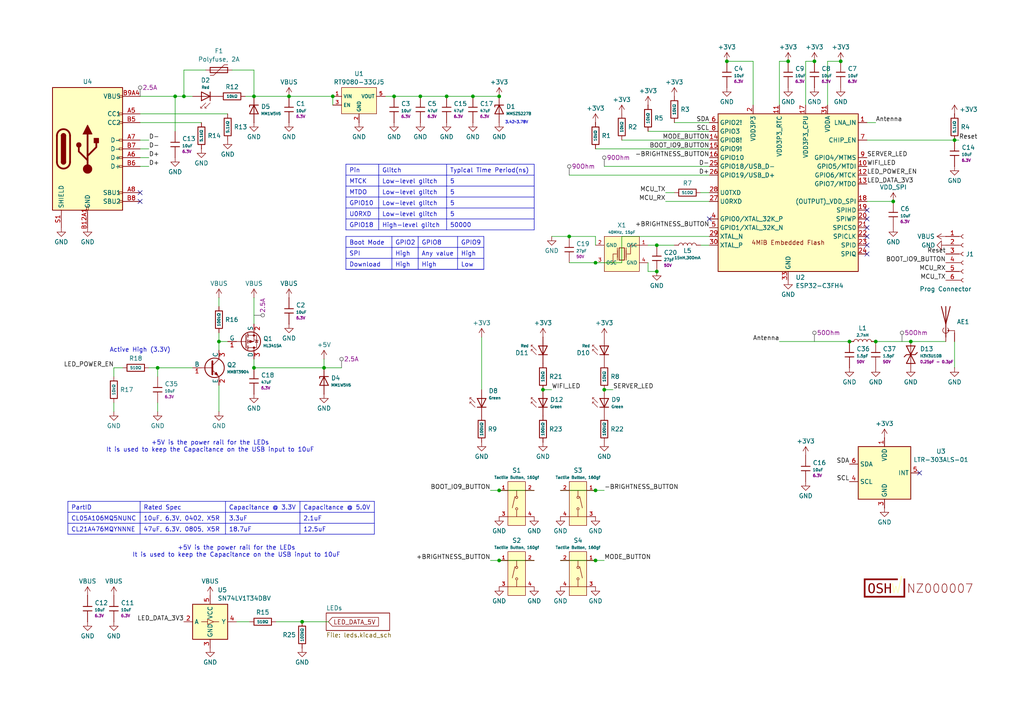
<source format=kicad_sch>
(kicad_sch (version 20250114) (generator "eeschema") (generator_version "9.0")
  (paper "A4")
  (title_block (title "Wellington Live Train Map") (date "2025-09-18") (rev "1.0.1") (company "Kea Studios") (comment 1 "©Chris Dirks") (comment 2 "GPL-3.0-or-later License"))
  (text "Active High (3.3V)" (at 40.64 101.6 0) (effects (font (size 1.27 1.27))))
  (text "+5V is the power rail for the LEDs\nIt is used to keep the Capacitance on the USB input to 10uF" (at 60.96 129.54 0) (effects (font (size 1.27 1.27))))
  (text "3.42~3.78V" (at 149.86 35.56 0) (effects (font (size 0.8 0.8))))
  (text "+5V is the power rail for the LEDs\nIt is used to keep the Capacitance on the USB input to 10uF" (at 68.58 160.02 0) (effects (font (size 1.27 1.27))))
  (junction (at 83.82 27.94))
  (junction (at 96.52 27.94))
  (junction (at 172.72 76.2))
  (junction (at 45.72 106.68))
  (junction (at 73.66 106.68))
  (junction (at 165.1 68.58))
  (junction (at 144.78 27.94))
  (junction (at 93.98 106.68))
  (junction (at 144.78 142.24))
  (junction (at 144.78 162.56))
  (junction (at 87.63 180.34))
  (junction (at 121.92 27.94))
  (junction (at 246.38 99.06))
  (junction (at 172.72 142.24))
  (junction (at 190.5 71.12))
  (junction (at 236.22 17.78))
  (junction (at 243.84 17.78))
  (junction (at 137.16 27.94))
  (junction (at 53.34 27.94))
  (junction (at 175.26 113.03))
  (junction (at 129.54 27.94))
  (junction (at 228.6 17.78))
  (junction (at 276.86 40.64))
  (junction (at 190.5 78.74))
  (junction (at 50.8 27.94))
  (junction (at 157.48 113.03))
  (junction (at 73.66 27.94))
  (junction (at 210.82 17.78))
  (junction (at 63.5 99.06))
  (junction (at 254 99.06))
  (junction (at 114.3 27.94))
  (junction (at 264.16 99.06))
  (junction (at 172.72 162.56))
  (junction (at 259.08 58.42))
  (no_connect (at 251.46 60.96))
  (no_connect (at 251.46 66.04))
  (no_connect (at 251.46 71.12))
  (no_connect (at 266.7 137.16))
  (no_connect (at 251.46 68.58))
  (no_connect (at 40.64 58.42))
  (no_connect (at 251.46 73.66))
  (no_connect (at 205.74 63.5))
  (no_connect (at 251.46 63.5))
  (no_connect (at 40.64 55.88))
  (wire (pts (xy 251.46 58.42) (xy 259.08 58.42)))
  (wire (pts (xy 43.18 48.26) (xy 40.64 48.26)))
  (wire (pts (xy 142.24 142.24) (xy 144.78 142.24)))
  (wire (pts (xy 33.02 106.68) (xy 33.02 109.22)))
  (wire (pts (xy 63.5 99.06) (xy 63.5 101.6)))
  (wire (pts (xy 254 99.06) (xy 264.16 99.06)))
  (wire (pts (xy 193.04 55.88) (xy 195.58 55.88)))
  (wire (pts (xy 45.72 106.68) (xy 45.72 109.22)))
  (wire (pts (xy 195.58 35.56) (xy 205.74 35.56)))
  (wire (pts (xy 129.54 27.94) (xy 137.16 27.94)))
  (wire (pts (xy 278.13 40.64) (xy 276.86 40.64)))
  (wire (pts (xy 45.72 106.68) (xy 55.88 106.68)))
  (wire (pts (xy 83.82 27.94) (xy 96.52 27.94)))
  (wire (pts (xy 66.04 99.06) (xy 63.5 99.06)))
  (wire (pts (xy 73.66 20.32) (xy 73.66 27.94)))
  (wire (pts (xy 40.64 35.56) (xy 58.42 35.56)))
  (wire (pts (xy 226.06 99.06) (xy 246.38 99.06)))
  (wire (pts (xy 73.66 106.68) (xy 93.98 106.68)))
  (wire (pts (xy 157.48 113.03) (xy 160.02 113.03)))
  (wire (pts (xy 43.18 43.18) (xy 40.64 43.18)))
  (wire (pts (xy 73.66 20.32) (xy 67.31 20.32)))
  (wire (pts (xy 180.34 68.58) (xy 205.74 68.58)))
  (wire (pts (xy 53.34 20.32) (xy 59.69 20.32)))
  (wire (pts (xy 254 35.56) (xy 251.46 35.56)))
  (wire (pts (xy 142.24 162.56) (xy 144.78 162.56)))
  (wire (pts (xy 160.02 68.58) (xy 165.1 68.58)))
  (wire (pts (xy 45.72 116.84) (xy 45.72 119.38)))
  (wire (pts (xy 35.56 106.68) (xy 33.02 106.68)))
  (wire (pts (xy 137.16 27.94) (xy 144.78 27.94)))
  (wire (pts (xy 226.06 17.78) (xy 228.6 17.78)))
  (wire (pts (xy 190.5 71.12) (xy 195.58 71.12)))
  (wire (pts (xy 68.58 180.34) (xy 72.39 180.34)))
  (wire (pts (xy 114.3 27.94) (xy 121.92 27.94)))
  (wire (pts (xy 180.34 40.64) (xy 205.74 40.64)))
  (wire (pts (xy 165.1 50.8) (xy 205.74 50.8)))
  (wire (pts (xy 187.96 38.1) (xy 205.74 38.1)))
  (wire (pts (xy 205.74 43.18) (xy 172.72 43.18)))
  (wire (pts (xy 175.26 48.26) (xy 205.74 48.26)))
  (wire (pts (xy 111.76 27.94) (xy 114.3 27.94)))
  (wire (pts (xy 40.64 27.94) (xy 50.8 27.94)))
  (wire (pts (xy 87.63 180.34) (xy 80.01 180.34)))
  (wire (pts (xy 264.16 99.06) (xy 274.32 99.06)))
  (wire (pts (xy 240.03 30.48) (xy 240.03 17.78)))
  (wire (pts (xy 172.72 162.56) (xy 162.56 162.56)))
  (wire (pts (xy 218.44 17.78) (xy 218.44 30.48)))
  (wire (pts (xy 276.86 99.06) (xy 276.86 106.68)))
  (wire (pts (xy 165.1 68.58) (xy 172.72 68.58)))
  (wire (pts (xy 233.68 17.78) (xy 236.22 17.78)))
  (wire (pts (xy 190.5 78.74) (xy 187.96 78.74)))
  (wire (pts (xy 96.52 27.94) (xy 96.52 30.48)))
  (wire (pts (xy 50.8 27.94) (xy 50.8 38.1)))
  (wire (pts (xy 63.5 96.52) (xy 63.5 99.06)))
  (wire (pts (xy 43.18 106.68) (xy 45.72 106.68)))
  (wire (pts (xy 50.8 27.94) (xy 53.34 27.94)))
  (wire (pts (xy 43.18 40.64) (xy 40.64 40.64)))
  (wire (pts (xy 180.34 68.58) (xy 180.34 76.2)))
  (wire (pts (xy 193.04 58.42) (xy 205.74 58.42)))
  (wire (pts (xy 43.18 45.72) (xy 40.64 45.72)))
  (wire (pts (xy 175.26 142.24) (xy 172.72 142.24)))
  (wire (pts (xy 180.34 76.2) (xy 172.72 76.2)))
  (wire (pts (xy 226.06 30.48) (xy 226.06 17.78)))
  (wire (pts (xy 175.26 113.03) (xy 177.8 113.03)))
  (wire (pts (xy 144.78 162.56) (xy 154.94 162.56)))
  (wire (pts (xy 210.82 17.78) (xy 218.44 17.78)))
  (wire (pts (xy 203.2 55.88) (xy 205.74 55.88)))
  (wire (pts (xy 121.92 27.94) (xy 129.54 27.94)))
  (wire (pts (xy 251.46 40.64) (xy 276.86 40.64)))
  (wire (pts (xy 53.34 27.94) (xy 55.88 27.94)))
  (wire (pts (xy 73.66 27.94) (xy 71.12 27.94)))
  (wire (pts (xy 203.2 71.12) (xy 205.74 71.12)))
  (wire (pts (xy 95.25 180.34) (xy 87.63 180.34)))
  (wire (pts (xy 187.96 78.74) (xy 187.96 76.2)))
  (wire (pts (xy 165.1 76.2) (xy 172.72 76.2)))
  (wire (pts (xy 73.66 86.36) (xy 73.66 93.98)))
  (wire (pts (xy 233.68 30.48) (xy 233.68 17.78)))
  (wire (pts (xy 33.02 116.84) (xy 33.02 119.38)))
  (wire (pts (xy 144.78 142.24) (xy 154.94 142.24)))
  (wire (pts (xy 172.72 142.24) (xy 162.56 142.24)))
  (wire (pts (xy 53.34 27.94) (xy 53.34 20.32)))
  (wire (pts (xy 190.5 71.12) (xy 187.96 71.12)))
  (wire (pts (xy 63.5 111.76) (xy 63.5 119.38)))
  (wire (pts (xy 240.03 17.78) (xy 243.84 17.78)))
  (wire (pts (xy 93.98 106.68) (xy 93.98 104.14)))
  (wire (pts (xy 73.66 27.94) (xy 83.82 27.94)))
  (wire (pts (xy 63.5 86.36) (xy 63.5 88.9)))
  (wire (pts (xy 175.26 162.56) (xy 172.72 162.56)))
  (wire (pts (xy 73.66 104.14) (xy 73.66 106.68)))
  (wire (pts (xy 93.98 106.68) (xy 99.06 106.68)))
  (wire (pts (xy 40.64 33.02) (xy 66.04 33.02)))
  (wire (pts (xy 172.72 68.58) (xy 172.72 71.12)))
  (wire (pts (xy 139.7 97.79) (xy 139.7 113.03)))
  (table (column_count 4) (border (external yes) (header yes)) (separators (rows yes) (cols yes)) (column_widths 13.335 7.62 11.43 7.62) (row_heights 3.175 3.175 3.175 0 0) (cells (table_cell "Boot Mode" (at 100.33 68.58 0) (size 13.335 3.175) (margins 0.9525 0.9525 0.9525 0.9525) (span 1 1)) (table_cell "GPIO2" (at 113.665 68.58 0) (size 7.62 3.175) (margins 0.9525 0.9525 0.9525 0.9525) (span 1 1)) (table_cell "GPIO8 " (at 121.285 68.58 0) (size 11.43 3.175) (margins 0.9525 0.9525 0.9525 0.9525) (span 1 1)) (table_cell "GPIO9" (at 132.715 68.58 0) (size 7.62 3.175) (margins 0.9525 0.9525 0.9525 0.9525) (span 1 1)) (table_cell "SPI" (at 100.33 71.755 0) (size 13.335 3.175) (margins 0.9525 0.9525 0.9525 0.9525) (span 1 1)) (table_cell "High" (at 113.665 71.755 0) (size 7.62 3.175) (margins 0.9525 0.9525 0.9525 0.9525) (span 1 1)) (table_cell "Any value" (at 121.285 71.755 0) (size 11.43 3.175) (margins 0.9525 0.9525 0.9525 0.9525) (span 1 1)) (table_cell "High" (at 132.715 71.755 0) (size 7.62 3.175) (margins 0.9525 0.9525 0.9525 0.9525) (span 1 1)) (table_cell "Download" (at 100.33 74.93 0) (size 13.335 3.175) (margins 0.9525 0.9525 0.9525 0.9525) (span 1 1)) (table_cell "High" (at 113.665 74.93 0) (size 7.62 3.175) (margins 0.9525 0.9525 0.9525 0.9525) (span 1 1)) (table_cell "High" (at 121.285 74.93 0) (size 11.43 3.175) (margins 0.9525 0.9525 0.9525 0.9525) (span 1 1)) (table_cell "Low" (at 132.715 74.93 0) (size 7.62 3.175) (margins 0.9525 0.9525 0.9525 0.9525) (span 1 1)) (table_cell "" (at 100.33 78.105 0) (size 13.335 0) (margins 0.9525 0.9525 0.9525 0.9525) (span 1 1)) (table_cell "" (at 113.665 78.105 0) (size 7.62 0) (margins 0.9525 0.9525 0.9525 0.9525) (span 1 1)) (table_cell "" (at 121.285 78.105 0) (size 11.43 0) (margins 0.9525 0.9525 0.9525 0.9525) (span 1 1)) (table_cell "" (at 132.715 78.105 0) (size 7.62 0) (margins 0.9525 0.9525 0.9525 0.9525) (span 1 1)) (table_cell "" (at 100.33 78.105 0) (size 13.335 0) (margins 0.9525 0.9525 0.9525 0.9525) (span 1 1)) (table_cell "" (at 113.665 78.105 0) (size 7.62 0) (margins 0.9525 0.9525 0.9525 0.9525) (span 1 1)) (table_cell "" (at 121.285 78.105 0) (size 11.43 0) (margins 0.9525 0.9525 0.9525 0.9525) (span 1 1)) (table_cell "" (at 132.715 78.105 0) (size 7.62 0) (margins 0.9525 0.9525 0.9525 0.9525) (span 1 1))))
  (table (column_count 3) (border (external yes) (header yes)) (separators (rows yes) (cols yes)) (column_widths 9.525 19.685 25.4) (row_heights 3.175 3.175 3.175 3.175 3.175 3.175) (cells (table_cell "Pin" (at 100.33 47.625 0) (size 9.525 3.175) (margins 0.9525 0.9525 0.9525 0.9525) (span 1 1)) (table_cell "Glitch" (at 109.855 47.625 0) (size 19.685 3.175) (margins 0.9525 0.9525 0.9525 0.9525) (span 1 1)) (table_cell "Typical Time Period(ns)" (at 129.54 47.625 0) (size 25.4 3.175) (margins 0.9525 0.9525 0.9525 0.9525) (span 1 1)) (table_cell "MTCK" (at 100.33 50.8 0) (size 9.525 3.175) (margins 0.9525 0.9525 0.9525 0.9525) (span 1 1)) (table_cell "Low-level glitch" (at 109.855 50.8 0) (size 19.685 3.175) (margins 0.9525 0.9525 0.9525 0.9525) (span 1 1)) (table_cell "5" (at 129.54 50.8 0) (size 25.4 3.175) (margins 0.9525 0.9525 0.9525 0.9525) (span 1 1)) (table_cell "MTDO" (at 100.33 53.975 0) (size 9.525 3.175) (margins 0.9525 0.9525 0.9525 0.9525) (span 1 1)) (table_cell "Low-level glitch" (at 109.855 53.975 0) (size 19.685 3.175) (margins 0.9525 0.9525 0.9525 0.9525) (span 1 1)) (table_cell "5" (at 129.54 53.975 0) (size 25.4 3.175) (margins 0.9525 0.9525 0.9525 0.9525) (span 1 1)) (table_cell "GPIO10" (at 100.33 57.15 0) (size 9.525 3.175) (margins 0.9525 0.9525 0.9525 0.9525) (span 1 1)) (table_cell "Low-level glitch" (at 109.855 57.15 0) (size 19.685 3.175) (margins 0.9525 0.9525 0.9525 0.9525) (span 1 1)) (table_cell "5" (at 129.54 57.15 0) (size 25.4 3.175) (margins 0.9525 0.9525 0.9525 0.9525) (span 1 1)) (table_cell "U0RXD" (at 100.33 60.325 0) (size 9.525 3.175) (margins 0.9525 0.9525 0.9525 0.9525) (span 1 1)) (table_cell "Low-level glitch" (at 109.855 60.325 0) (size 19.685 3.175) (margins 0.9525 0.9525 0.9525 0.9525) (span 1 1)) (table_cell "5" (at 129.54 60.325 0) (size 25.4 3.175) (margins 0.9525 0.9525 0.9525 0.9525) (span 1 1)) (table_cell "GPIO18" (at 100.33 63.5 0) (size 9.525 3.175) (margins 0.9525 0.9525 0.9525 0.9525) (span 1 1)) (table_cell "High-level glitch" (at 109.855 63.5 0) (size 19.685 3.175) (margins 0.9525 0.9525 0.9525 0.9525) (span 1 1)) (table_cell "50000" (at 129.54 63.5 0) (size 25.4 3.175) (margins 0.9525 0.9525 0.9525 0.9525) (span 1 1))))
  (table (column_count 4) (border (external yes) (header yes)) (separators (rows yes) (cols yes)) (column_widths 20.955 24.765 21.59 21.59) (row_heights 3.175 3.175 3.175) (cells (table_cell "PartID" (at 19.685 145.415 0) (size 20.955 3.175) (margins 0.9525 0.9525 0.9525 0.9525) (span 1 1)) (table_cell "Rated Spec" (at 40.64 145.415 0) (size 24.765 3.175) (margins 0.9525 0.9525 0.9525 0.9525) (span 1 1)) (table_cell "Capacitance @ 3.3V" (at 65.405 145.415 0) (size 21.59 3.175) (margins 0.9525 0.9525 0.9525 0.9525) (span 1 1)) (table_cell "Capacitance @ 5.0V" (at 86.995 145.415 0) (size 21.59 3.175) (margins 0.9525 0.9525 0.9525 0.9525) (span 1 1)) (table_cell "CL05A106MQ5NUNC" (at 19.685 148.59 0) (size 20.955 3.175) (margins 0.9525 0.9525 0.9525 0.9525) (span 1 1)) (table_cell "10uF, 6.3V, 0402, X5R" (at 40.64 148.59 0) (size 24.765 3.175) (margins 0.9525 0.9525 0.9525 0.9525) (span 1 1)) (table_cell "3.3uF" (at 65.405 148.59 0) (size 21.59 3.175) (margins 0.9525 0.9525 0.9525 0.9525) (span 1 1)) (table_cell "2.1uF" (at 86.995 148.59 0) (size 21.59 3.175) (margins 0.9525 0.9525 0.9525 0.9525) (span 1 1)) (table_cell "CL21A476MQYNNNE" (at 19.685 151.765 0) (size 20.955 3.175) (margins 0.9525 0.9525 0.9525 0.9525) (span 1 1)) (table_cell "47uF, 6.3V, 0805, X5R" (at 40.64 151.765 0) (size 24.765 3.175) (margins 0.9525 0.9525 0.9525 0.9525) (span 1 1)) (table_cell "18.7uF" (at 65.405 151.765 0) (size 21.59 3.175) (margins 0.9525 0.9525 0.9525 0.9525) (span 1 1)) (table_cell "12.5uF" (at 86.995 151.765 0) (size 21.59 3.175) (margins 0.9525 0.9525 0.9525 0.9525) (span 1 1))))
  (label "D+" (at 205.74 50.8 180))
  (label "SDA" (at 205.74 35.56 180))
  (label "-BRIGHTNESS_BUTTON" (at 205.74 45.72 180))
  (label "LED_POWER_EN" (at 251.46 50.8 0))
  (label "+BRIGHTNESS_BUTTON" (at 205.74 66.04 180))
  (label "+BRIGHTNESS_BUTTON" (at 142.24 162.56 180))
  (label "BOOT_IO9_BUTTON" (at 205.74 43.18 180))
  (label "MCU_TX" (at 193.04 55.88 180))
  (label "Antenna" (at 226.06 99.06 180))
  (label "LED_DATA_3V3" (at 251.46 53.34 0))
  (label "MCU_RX" (at 274.32 78.74 180))
  (label "SERVER_LED" (at 251.46 45.72 0))
  (label "SERVER_LED" (at 177.8 113.03 0))
  (label "D+" (at 43.18 45.72 0))
  (label "SCL" (at 205.74 38.1 180))
  (label "BOOT_IO9_BUTTON" (at 142.24 142.24 180))
  (label "WIFI_LED" (at 160.02 113.03 0))
  (label "Antenna" (at 254 35.56 0))
  (label "LED_POWER_EN" (at 33.02 106.68 180))
  (label "SCL" (at 246.38 139.7 180))
  (label "MCU_RX" (at 193.04 58.42 180))
  (label "D-" (at 43.18 40.64 0))
  (label "D-" (at 43.18 43.18 0))
  (label "-BRIGHTNESS_BUTTON" (at 175.26 142.24 0))
  (label "BOOT_IO9_BUTTON" (at 274.32 76.2 180))
  (label "MODE_BUTTON" (at 205.74 40.64 180))
  (label "WIFI_LED" (at 251.46 48.26 0))
  (label "SDA" (at 246.38 134.62 180))
  (label "D+" (at 43.18 48.26 0))
  (label "Reset" (at 274.32 73.66 180))
  (label "Reset" (at 278.13 40.64 0))
  (label "LED_DATA_3V3" (at 53.34 180.34 180))
  (label "MCU_TX" (at 274.32 81.28 180))
  (label "D-" (at 205.74 48.26 180))
  (label "MODE_BUTTON" (at 175.26 162.56 0))
  (global_label "LED_DATA_5V" (shape input) (at 95.25 180.34 0) (property "Intersheetrefs" "${INTERSHEET_REFS}" (effects (hide yes))))
  (netclass_flag "" (length 2.54) (shape round) (at 261.62 99.06 0) (property "Netclass" "50Ohm" (at 262.3185 96.52 0) (effects (justify left))))
  (netclass_flag "" (length 2.54) (shape round) (at 73.66 91.44 270) (property "Netclass" "2.5A" (at 76.2 90.7415 90) (effects (justify left))))
  (netclass_flag "" (length 2.54) (shape round) (at 175.26 48.26 0) (property "Netclass" "90Ohm" (at 175.9585 45.72 0) (effects (justify left))))
  (netclass_flag "" (length 2.54) (shape round) (at 40.64 27.94 0) (property "Netclass" "2.5A" (at 41.3385 25.4 0) (effects (justify left))))
  (netclass_flag "" (length 2.54) (shape round) (at 99.06 106.68 0) (property "Netclass" "2.5A" (at 99.7585 104.14 0) (effects (justify left))))
  (netclass_flag "" (length 2.54) (shape round) (at 165.1 50.8 0) (property "Netclass" "90Ohm" (at 165.7985 48.26 0) (effects (justify left))))
  (netclass_flag "" (length 2.54) (shape round) (at 236.22 99.06 0) (property "Netclass" "50Ohm" (at 236.9185 96.52 0) (effects (justify left))))
  (symbol (lib_id "PCM_JLCPCB-Diodes:LED,0805,Green") (at 175.26 116.84 0) (unit 1)
    (property "Reference" "D9" (at 177.2919 115.9107 0) (effects (justify left)))
    (property "Value" "Green" (at 177.2919 117.9569 0) (effects (font (size 0.8 0.8)) (justify left)))
    (property "Footprint" "PCM_JLCPCB:D_0805" (effects (hide yes)))
    (property "Datasheet" "https://www.lcsc.com/datasheet/lcsc_datasheet_1806151820_Hubei-KENTO-Elec-KT-0805G_C2297.pdf" (effects (hide yes)))
    (property "Description" "Emerald 0805 LED Indication - Discrete ROHS" (effects (hide yes)))
    (property "LCSC" "C2297" (effects (hide yes)))
    (property "Stock" "769221" (effects (hide yes)))
    (property "Price" "0.014USD" (effects (hide yes)))
    (property "Process" "SMT" (effects (hide yes)))
    (property "Minimum Qty" "20" (effects (hide yes)))
    (property "Attrition Qty" "6" (effects (hide yes)))
    (property "Class" "Basic Component" (effects (hide yes)))
    (property "Category" "Optoelectronics,Light Emitting Diodes (LED)" (effects (hide yes)))
    (property "Manufacturer" "Hubei KENTO Elec" (effects (hide yes)))
    (property "Part" "KT-0805G" (effects (hide yes)))
    (property "Emitted Color" "Emerald" (effects (hide yes)))
  )
  (symbol (lib_id "power:GND") (at 144.78 149.86 0) (unit 1)
    (property "Reference" "#PWR0354" (effects (hide yes)))
    (property "Value" "GND" (at 144.78 153.9931 0))
    (property "Description" "Power symbol creates a global label with name \"GND\" , ground" (effects (hide yes)))
  )
  (symbol (lib_id "PCM_JLCPCB-Transistors:NPN,MMBT3904") (at 60.96 106.68 0) (unit 1)
    (property "Reference" "Q2" (at 65.8114 105.846 0) (effects (justify left)))
    (property "Value" "MMBT3904" (at 65.8114 107.8922 0) (effects (font (size 0.8 0.8)) (justify left)))
    (property "Footprint" "PCM_JLCPCB:Q_SOT-23" (effects (hide yes)))
    (property "Datasheet" "https://wmsc.lcsc.com/wmsc/upload/file/pdf/v2/lcsc/2312221203_hongjiacheng-MMBT3904_C7420353.pdf" (effects (hide yes)))
    (property "Description" "40V 200mW 100@10mA,1.0V 200mA NPN SOT-23 Bipolar (BJT) ROHS" (effects (hide yes)))
    (property "LCSC" "C7420353" (effects (hide yes)))
    (property "Stock" "874278" (effects (hide yes)))
    (property "Price" "0.012USD" (effects (hide yes)))
    (property "Process" "SMT" (effects (hide yes)))
    (property "Minimum Qty" "10" (effects (hide yes)))
    (property "Attrition Qty" "5" (effects (hide yes)))
    (property "Class" "Preferred Component" (effects (hide yes)))
    (property "Category" "Triode/MOS Tube/Transistor,Bipolar Transistors - BJT" (effects (hide yes)))
    (property "Manufacturer" "hongjiacheng" (effects (hide yes)))
    (property "Part" "MMBT3904" (effects (hide yes)))
    (property "Transition Frequency (fT)" "300MHz" (effects (hide yes)))
    (property "Operating Temperature" "-55°C~+150°C" (effects (hide yes)))
    (property "Collector Cut-Off Current (Icbo)" "0.1uA" (effects (hide yes)))
    (property "Transistor Type" "NPN" (effects (hide yes)))
    (property "DC Current Gain (hFE@Ic,Vce)" "100@10mA,1.0V" (effects (hide yes)))
    (property "Power Dissipation (Pd)" "null" (effects (hide yes)))
    (property "Collector Current (Ic)" "null" (effects (hide yes)))
    (property "Collector-Emitter Saturation Voltage (VCE(sat)@Ic,Ib)" "0.3V@50mA,5.0mA" (effects (hide yes)))
    (property "Collector-Emitter Breakdown Voltage (Vceo)" "null" (effects (hide yes)))
  )
  (symbol (lib_id "power:GND") (at 276.86 106.68 0) (unit 1)
    (property "Reference" "#PWR027" (effects (hide yes)))
    (property "Value" "GND" (at 276.86 110.8131 0))
    (property "Description" "Power symbol creates a global label with name \"GND\" , ground" (effects (hide yes)))
  )
  (symbol (lib_name "0402,100kΩ_1") (lib_id "PCM_JLCPCB-Resistors:0402,100kΩ") (at 175.26 124.46 0) (unit 1)
    (property "Reference" "R22" (at 177.038 124.46 0) (effects (justify left)))
    (property "Value" "100kΩ" (at 175.26 124.46 90) (effects (font (size 0.8 0.8))))
    (property "Footprint" "PCM_JLCPCB:R_0402" (effects (hide yes)))
    (property "Datasheet" "https://www.lcsc.com/datasheet/lcsc_datasheet_2206010100_UNI-ROYAL-Uniroyal-Elec-0402WGF1003TCE_C25741.pdf" (effects (hide yes)))
    (property "Description" "62.5mW Thick Film Resistors 50V ±100ppm/°C ±1% 100kΩ 0402 Chip Resistor - Surface Mount ROHS" (effects (hide yes)))
    (property "LCSC" "C25741" (effects (hide yes)))
    (property "Stock" "4111720" (effects (hide yes)))
    (property "Price" "0.004USD" (effects (hide yes)))
    (property "Process" "SMT" (effects (hide yes)))
    (property "Minimum Qty" "20" (effects (hide yes)))
    (property "Attrition Qty" "10" (effects (hide yes)))
    (property "Class" "Basic Component" (effects (hide yes)))
    (property "Category" "Resistors,Chip Resistor - Surface Mount" (effects (hide yes)))
    (property "Manufacturer" "UNI-ROYAL(Uniroyal Elec)" (effects (hide yes)))
    (property "Part" "0402WGF1003TCE" (effects (hide yes)))
    (property "Resistance" "100kΩ" (effects (hide yes)))
    (property "Power(Watts)" "62.5mW" (effects (hide yes)))
    (property "Type" "Thick Film Resistors" (effects (hide yes)))
    (property "Overload Voltage (Max)" "50V" (effects (hide yes)))
    (property "Operating Temperature Range" "-55°C~+155°C" (effects (hide yes)))
    (property "Tolerance" "±1%" (effects (hide yes)))
    (property "Temperature Coefficient" "±100ppm/°C" (effects (hide yes)))
  )
  (symbol (lib_id "power:GND") (at 259.08 66.04 0) (unit 1)
    (property "Reference" "#PWR014" (effects (hide yes)))
    (property "Value" "GND" (at 259.08 70.1731 0))
    (property "Description" "Power symbol creates a global label with name \"GND\" , ground" (effects (hide yes)))
  )
  (symbol (lib_id "PCM_JLCPCB-Diodes:Zener,MMSZ5227B") (at 144.78 31.75 180) (unit 1)
    (property "Reference" "D1" (at 146.812 30.916 0) (effects (justify right)))
    (property "Value" "MMSZ5227B" (at 146.812 32.9622 0) (effects (font (size 0.8 0.8)) (justify right)))
    (property "Footprint" "PCM_JLCPCB:D_SOD-123" (effects (hide yes)))
    (property "Datasheet" "https://wmsc.lcsc.com/wmsc/upload/file/pdf/v2/lcsc/2405091603_hongjiacheng-MMSZ5227B_C22395553.pdf" (effects (hide yes)))
    (property "Description" "Independent Type 3.42V~3.78V 500mW 3.6V SOD-123 Zener Diodes ROHS" (effects (hide yes)))
    (property "LCSC" "C22395553" (effects (hide yes)))
    (property "Stock" "8463" (effects (hide yes)))
    (property "Price" "0.021USD" (effects (hide yes)))
    (property "Process" "SMT" (effects (hide yes)))
    (property "Minimum Qty" "15" (effects (hide yes)))
    (property "Attrition Qty" "4" (effects (hide yes)))
    (property "Class" "Preferred Component" (effects (hide yes)))
    (property "Category" "Diodes,Zener Diodes" (effects (hide yes)))
    (property "Manufacturer" "hongjiacheng" (effects (hide yes)))
    (property "Part" "MMSZ5227B" (effects (hide yes)))
  )
  (symbol (lib_id "PCM_JLCPCB-Connectors_Buttons:Tactile Button, 160gf") (at 149.86 165.1 0) (unit 1)
    (property "Reference" "S2" (at 149.86 156.7589 0))
    (property "Value" "Tactile Button, 160gf" (at 149.86 158.8051 0) (effects (font (size 0.8 0.8))))
    (property "Footprint" "PCM_JLCPCB:SW-SMD_4P-L5.1-W5.1-P3.70-LS6.5-TL-2" (effects (hide yes)))
    (property "Datasheet" "https://www.lcsc.com/datasheet/lcsc_datasheet_2304140030_XKB-Connection-TS-1187A-B-A-B_C318884.pdf" (effects (hide yes)))
    (property "Description" "None Without 50mA 5.1mm 100000 Times 160gf 12V 5.1mm 1.5mm Round Button Standing paste SPST SMD Tactile Switches ROHS" (effects (hide yes)))
    (property "LCSC" "C318884" (effects (hide yes)))
    (property "Stock" "371396" (effects (hide yes)))
    (property "Price" "0.025USD" (effects (hide yes)))
    (property "Process" "SMT" (effects (hide yes)))
    (property "Minimum Qty" "10" (effects (hide yes)))
    (property "Attrition Qty" "5" (effects (hide yes)))
    (property "Class" "Basic Component" (effects (hide yes)))
    (property "Category" "Switches,Tactile Switches" (effects (hide yes)))
    (property "Manufacturer" "XKB Connectivity" (effects (hide yes)))
    (property "Part" "TS-1187A-B-A-B" (effects (hide yes)))
    (property "Switch Length" "5.1mm" (effects (hide yes)))
    (property "Voltage Rating (Dc)" "12V" (effects (hide yes)))
    (property "With Lamp" "No" (effects (hide yes)))
    (property "Operating Force" "160gf" (effects (hide yes)))
    (property "Actuator/Cap Color" "Golden" (effects (hide yes)))
    (property "Mechanical Life" "100000 Times" (effects (hide yes)))
    (property "Strike Gundam" "NO" (effects (hide yes)))
    (property "Circuit" "SPST" (effects (hide yes)))
    (property "Switch Height" "1.5mm" (effects (hide yes)))
    (property "Actuator Style" "Round Button" (effects (hide yes)))
    (property "Switch Width" "5.1mm" (effects (hide yes)))
    (property "Contact Current" "50mA" (effects (hide yes)))
    (property "Operating Temperature" "-30°C~+85°C" (effects (hide yes)))
    (property "Mounting Style" "Brick nogging" (effects (hide yes)))
  )
  (symbol (lib_id "power:GND") (at 233.68 139.7 0) (unit 1)
    (property "Reference" "#PWR043" (effects (hide yes)))
    (property "Value" "GND" (at 233.68 143.8331 0))
    (property "Description" "Power symbol creates a global label with name \"GND\" , ground" (effects (hide yes)))
  )
  (symbol (lib_id "power:+3V3") (at 172.72 35.56 0) (unit 1)
    (property "Reference" "#PWR011" (effects (hide yes)))
    (property "Value" "+3V3" (at 172.72 31.4269 0))
    (property "Description" "Power symbol creates a global label with name \"+3V3\"" (effects (hide yes)))
  )
  (symbol (lib_id "power:GND") (at 139.7 128.27 0) (unit 1)
    (property "Reference" "#PWR047" (effects (hide yes)))
    (property "Value" "GND" (at 139.7 132.4031 0))
    (property "Description" "Power symbol creates a global label with name \"GND\" , ground" (effects (hide yes)))
  )
  (symbol (lib_id "power:GND") (at 104.14 35.56 0) (unit 1)
    (property "Reference" "#PWR05" (effects (hide yes)))
    (property "Value" "GND" (at 104.14 39.6931 0))
    (property "Description" "Power symbol creates a global label with name \"GND\" , ground" (effects (hide yes)))
  )
  (symbol (lib_id "power:GND") (at 83.82 35.56 0) (unit 1)
    (property "Reference" "#PWR032" (effects (hide yes)))
    (property "Value" "GND" (at 83.82 39.6931 0))
    (property "Description" "Power symbol creates a global label with name \"GND\" , ground" (effects (hide yes)))
  )
  (symbol (lib_id "PCM_JLCPCB-Capacitors:0402,10uF") (at 25.4 176.53 0) (unit 1)
    (property "Reference" "C12" (at 27.432 174.862 0) (effects (justify left)))
    (property "Value" "10uF" (at 27.432 176.9082 0) (effects (font (size 0.8 0.8)) (justify left)))
    (property "Footprint" "PCM_JLCPCB:C_0402" (effects (hide yes)))
    (property "Datasheet" "https://www.lcsc.com/datasheet/lcsc_datasheet_2208231630_Samsung-Electro-Mechanics-CL05A106MQ5NUNC_C15525.pdf" (effects (hide yes)))
    (property "Description" "6.3V 10uF X5R ±20% 0402 Multilayer Ceramic Capacitors MLCC - SMD/SMT ROHS" (effects (hide yes)))
    (property "LCSC" "C15525" (effects (hide yes)))
    (property "Stock" "3940889" (effects (hide yes)))
    (property "Price" "0.009USD" (effects (hide yes)))
    (property "Process" "SMT" (effects (hide yes)))
    (property "Minimum Qty" "20" (effects (hide yes)))
    (property "Attrition Qty" "10" (effects (hide yes)))
    (property "Class" "Basic Component" (effects (hide yes)))
    (property "Category" "Capacitors,Multilayer Ceramic Capacitors MLCC - SMD/SMT" (effects (hide yes)))
    (property "Manufacturer" "Samsung Electro-Mechanics" (effects (hide yes)))
    (property "Part" "CL05A106MQ5NUNC" (effects (hide yes)))
    (property "Voltage Rated" "6.3V" (at 27.432 178.5762 0) (effects (font (size 0.8 0.8)) (justify left)))
    (property "Tolerance" "±20%" (effects (hide yes)))
    (property "Capacitance" "10uF" (effects (hide yes)))
    (property "Temperature Coefficient" "X5R" (effects (hide yes)))
  )
  (symbol (lib_id "PCM_JLCPCB-Resistors:0402,100kΩ") (at 63.5 92.71 0) (unit 1)
    (property "Reference" "R16" (at 65.278 92.71 0) (effects (justify left)))
    (property "Value" "100kΩ" (at 63.5 92.71 90) (effects (font (size 0.8 0.8))))
    (property "Footprint" "PCM_JLCPCB:R_0402" (effects (hide yes)))
    (property "Datasheet" "https://www.lcsc.com/datasheet/lcsc_datasheet_2206010100_UNI-ROYAL-Uniroyal-Elec-0402WGF1003TCE_C25741.pdf" (effects (hide yes)))
    (property "Description" "62.5mW Thick Film Resistors 50V ±100ppm/°C ±1% 100kΩ 0402 Chip Resistor - Surface Mount ROHS" (effects (hide yes)))
    (property "LCSC" "C25741" (effects (hide yes)))
    (property "Price" "0.004USD" (effects (hide yes)))
    (property "Class" "Basic Component" (effects (hide yes)))
    (property "Stock" "6150463" (effects (hide yes)))
    (property "Category" "Resistors,Chip Resistor - Surface Mount" (effects (hide yes)))
    (property "Manufacturer" "UNI-ROYAL(Uniroyal Elec)" (effects (hide yes)))
    (property "Resistance" "100kΩ" (effects (hide yes)))
    (property "Power(Watts)" "62.5mW" (effects (hide yes)))
    (property "Type" "Thick Film Resistors" (effects (hide yes)))
    (property "Overload Voltage (Max)" "50V" (effects (hide yes)))
    (property "Operating Temperature Range" "-55°C~+155°C" (effects (hide yes)))
    (property "Tolerance" "±1%" (effects (hide yes)))
    (property "Temperature Coefficient" "±100ppm/°C" (effects (hide yes)))
    (property "Process" "SMT" (effects (hide yes)))
    (property "Minimum Qty" "20" (effects (hide yes)))
    (property "Attrition Qty" "10" (effects (hide yes)))
    (property "Part" "0402WGF1003TCE" (effects (hide yes)))
  )
  (symbol (lib_id "power:GND") (at 228.6 81.28 0) (unit 1)
    (property "Reference" "#PWR030" (effects (hide yes)))
    (property "Value" "GND" (at 228.6 85.4131 0))
    (property "Description" "Power symbol creates a global label with name \"GND\" , ground" (effects (hide yes)))
  )
  (symbol (lib_id "power:GND") (at 254 106.68 0) (unit 1)
    (property "Reference" "#PWR025" (effects (hide yes)))
    (property "Value" "GND" (at 254 110.8131 0))
    (property "Description" "Power symbol creates a global label with name \"GND\" , ground" (effects (hide yes)))
  )
  (symbol (lib_id "PCM_JLCPCB-Connectors_Buttons:Tactile Button, 160gf") (at 149.86 144.78 0) (unit 1)
    (property "Reference" "S1" (at 149.86 136.4389 0))
    (property "Value" "Tactile Button, 160gf" (at 149.86 138.4851 0) (effects (font (size 0.8 0.8))))
    (property "Footprint" "PCM_JLCPCB:SW-SMD_4P-L5.1-W5.1-P3.70-LS6.5-TL-2" (effects (hide yes)))
    (property "Datasheet" "https://www.lcsc.com/datasheet/lcsc_datasheet_2304140030_XKB-Connection-TS-1187A-B-A-B_C318884.pdf" (effects (hide yes)))
    (property "Description" "None Without 50mA 5.1mm 100000 Times 160gf 12V 5.1mm 1.5mm Round Button Standing paste SPST SMD Tactile Switches ROHS" (effects (hide yes)))
    (property "LCSC" "C318884" (effects (hide yes)))
    (property "Stock" "371396" (effects (hide yes)))
    (property "Price" "0.025USD" (effects (hide yes)))
    (property "Process" "SMT" (effects (hide yes)))
    (property "Minimum Qty" "10" (effects (hide yes)))
    (property "Attrition Qty" "5" (effects (hide yes)))
    (property "Class" "Basic Component" (effects (hide yes)))
    (property "Category" "Switches,Tactile Switches" (effects (hide yes)))
    (property "Manufacturer" "XKB Connectivity" (effects (hide yes)))
    (property "Part" "TS-1187A-B-A-B" (effects (hide yes)))
    (property "Switch Length" "5.1mm" (effects (hide yes)))
    (property "Voltage Rating (Dc)" "12V" (effects (hide yes)))
    (property "With Lamp" "No" (effects (hide yes)))
    (property "Operating Force" "160gf" (effects (hide yes)))
    (property "Actuator/Cap Color" "Golden" (effects (hide yes)))
    (property "Mechanical Life" "100000 Times" (effects (hide yes)))
    (property "Strike Gundam" "NO" (effects (hide yes)))
    (property "Circuit" "SPST" (effects (hide yes)))
    (property "Switch Height" "1.5mm" (effects (hide yes)))
    (property "Actuator Style" "Round Button" (effects (hide yes)))
    (property "Switch Width" "5.1mm" (effects (hide yes)))
    (property "Contact Current" "50mA" (effects (hide yes)))
    (property "Operating Temperature" "-30°C~+85°C" (effects (hide yes)))
    (property "Mounting Style" "Brick nogging" (effects (hide yes)))
  )
  (symbol (lib_id "PCM_JLCPCB-Inductors:15nH,300mA") (at 199.39 71.12 90) (unit 1)
    (property "Reference" "L5" (at 199.39 72.7131 90))
    (property "Value" "15nH,300mA" (at 199.39 74.7593 90) (effects (font (size 0.8 0.8))))
    (property "Footprint" "PCM_JLCPCB:L_0402" (effects (hide yes)))
    (property "Datasheet" "https://www.lcsc.com/datasheet/lcsc_datasheet_2310301641_Sunlord-SDCL1005C15NJTDF_C27143.pdf" (effects (hide yes)))
    (property "Description" "8@100MHz ±5% 0402 Inductors (SMD)" (effects (hide yes)))
    (property "LCSC" "C27143" (effects (hide yes)))
    (property "Stock" "36806" (effects (hide yes)))
    (property "Price" "0.007USD" (effects (hide yes)))
    (property "Process" "SMT" (effects (hide yes)))
    (property "Minimum Qty" "20" (effects (hide yes)))
    (property "Attrition Qty" "10" (effects (hide yes)))
    (property "Class" "Preferred Component" (effects (hide yes)))
    (property "Category" "Inductors/Coils/Transformers,Inductors (SMD)" (effects (hide yes)))
    (property "Manufacturer" "Sunlord" (effects (hide yes)))
    (property "Part" "SDCL1005C15NJTDF" (effects (hide yes)))
    (property "Inductance" "15nH" (effects (hide yes)))
    (property "Q @ Freq" "8@100MHz" (effects (hide yes)))
    (property "Frequency - Self Resonant" "2.3GHz" (effects (hide yes)))
    (property "Tolerance" "±5%" (effects (hide yes)))
    (property "Rated Current" "300mA" (effects (hide yes)))
    (property "DC Resistance (DCR)" "500mΩ" (effects (hide yes)))
  )
  (symbol (lib_id "PCM_JLCPCB-Resistors:0402,100kΩ") (at 87.63 184.15 0) (mirror y) (unit 1)
    (property "Reference" "R25" (at 85.852 184.15 0) (effects (justify left)))
    (property "Value" "100kΩ" (at 87.63 184.15 90) (effects (font (size 0.8 0.8))))
    (property "Footprint" "PCM_JLCPCB:R_0402" (effects (hide yes)))
    (property "Datasheet" "https://www.lcsc.com/datasheet/lcsc_datasheet_2206010100_UNI-ROYAL-Uniroyal-Elec-0402WGF1003TCE_C25741.pdf" (effects (hide yes)))
    (property "Description" "62.5mW Thick Film Resistors 50V ±100ppm/°C ±1% 100kΩ 0402 Chip Resistor - Surface Mount ROHS" (effects (hide yes)))
    (property "LCSC" "C25741" (effects (hide yes)))
    (property "Price" "0.004USD" (effects (hide yes)))
    (property "Class" "Basic Component" (effects (hide yes)))
    (property "Stock" "6150463" (effects (hide yes)))
    (property "Category" "Resistors,Chip Resistor - Surface Mount" (effects (hide yes)))
    (property "Manufacturer" "UNI-ROYAL(Uniroyal Elec)" (effects (hide yes)))
    (property "Resistance" "100kΩ" (effects (hide yes)))
    (property "Power(Watts)" "62.5mW" (effects (hide yes)))
    (property "Type" "Thick Film Resistors" (effects (hide yes)))
    (property "Overload Voltage (Max)" "50V" (effects (hide yes)))
    (property "Operating Temperature Range" "-55°C~+155°C" (effects (hide yes)))
    (property "Tolerance" "±1%" (effects (hide yes)))
    (property "Temperature Coefficient" "±100ppm/°C" (effects (hide yes)))
    (property "Process" "SMT" (effects (hide yes)))
    (property "Minimum Qty" "20" (effects (hide yes)))
    (property "Attrition Qty" "10" (effects (hide yes)))
    (property "Part" "0402WGF1003TCE" (effects (hide yes)))
  )
  (symbol (lib_id "power:+3V3") (at 175.26 97.79 0) (unit 1)
    (property "Reference" "#PWR036" (effects (hide yes)))
    (property "Value" "+3V3" (at 175.26 93.6569 0))
    (property "Description" "Power symbol creates a global label with name \"+3V3\"" (effects (hide yes)))
  )
  (symbol (lib_id "power:GND") (at 190.5 78.74 0) (unit 1)
    (property "Reference" "#PWR028" (effects (hide yes)))
    (property "Value" "GND" (at 190.5 82.8731 0))
    (property "Description" "Power symbol creates a global label with name \"GND\" , ground" (effects (hide yes)))
  )
  (symbol (lib_id "power:GND") (at 236.22 25.4 0) (unit 1)
    (property "Reference" "#PWR018" (effects (hide yes)))
    (property "Value" "GND" (at 236.22 29.5331 0))
    (property "Description" "Power symbol creates a global label with name \"GND\" , ground" (effects (hide yes)))
  )
  (symbol (lib_id "power:+5V") (at 93.98 104.14 0) (unit 1)
    (property "Reference" "#PWR0368" (effects (hide yes)))
    (property "Value" "+5V" (at 93.98 100.0069 0))
    (property "Description" "Power symbol creates a global label with name \"+5V\"" (effects (hide yes)))
  )
  (symbol (lib_id "PCM_JLCPCB-Capacitors:0402,10uF") (at 83.82 31.75 0) (unit 1)
    (property "Reference" "C1" (at 85.852 30.082 0) (effects (justify left)))
    (property "Value" "10uF" (at 85.852 32.1282 0) (effects (font (size 0.8 0.8)) (justify left)))
    (property "Footprint" "PCM_JLCPCB:C_0402" (effects (hide yes)))
    (property "Datasheet" "https://www.lcsc.com/datasheet/lcsc_datasheet_2208231630_Samsung-Electro-Mechanics-CL05A106MQ5NUNC_C15525.pdf" (effects (hide yes)))
    (property "Description" "6.3V 10uF X5R ±20% 0402 Multilayer Ceramic Capacitors MLCC - SMD/SMT ROHS" (effects (hide yes)))
    (property "LCSC" "C15525" (effects (hide yes)))
    (property "Stock" "3940889" (effects (hide yes)))
    (property "Price" "0.009USD" (effects (hide yes)))
    (property "Process" "SMT" (effects (hide yes)))
    (property "Minimum Qty" "20" (effects (hide yes)))
    (property "Attrition Qty" "10" (effects (hide yes)))
    (property "Class" "Basic Component" (effects (hide yes)))
    (property "Category" "Capacitors,Multilayer Ceramic Capacitors MLCC - SMD/SMT" (effects (hide yes)))
    (property "Manufacturer" "Samsung Electro-Mechanics" (effects (hide yes)))
    (property "Part" "CL05A106MQ5NUNC" (effects (hide yes)))
    (property "Voltage Rated" "6.3V" (at 85.852 33.7962 0) (effects (font (size 0.8 0.8)) (justify left)))
    (property "Tolerance" "±20%" (effects (hide yes)))
    (property "Capacitance" "10uF" (effects (hide yes)))
    (property "Temperature Coefficient" "X5R" (effects (hide yes)))
  )
  (symbol (lib_id "PCM_JLCPCB-Capacitors:0402,27pF") (at 165.1 72.39 0) (unit 1)
    (property "Reference" "C19" (at 167.132 70.722 0) (effects (justify left)))
    (property "Value" "27pF" (at 167.132 72.7682 0) (effects (font (size 0.8 0.8)) (justify left)))
    (property "Footprint" "PCM_JLCPCB:C_0402" (effects (hide yes)))
    (property "Datasheet" "https://www.lcsc.com/datasheet/lcsc_datasheet_2304140030_FH--Guangdong-Fenghua-Advanced-Tech-0402CG270J500NT_C1557.pdf" (effects (hide yes)))
    (property "Description" "50V 27pF C0G ±5% 0402 Multilayer Ceramic Capacitors MLCC - SMD/SMT ROHS" (effects (hide yes)))
    (property "LCSC" "C1557" (effects (hide yes)))
    (property "Stock" "63584" (effects (hide yes)))
    (property "Price" "0.004USD" (effects (hide yes)))
    (property "Process" "SMT" (effects (hide yes)))
    (property "Minimum Qty" "20" (effects (hide yes)))
    (property "Attrition Qty" "10" (effects (hide yes)))
    (property "Class" "Preferred Component" (effects (hide yes)))
    (property "Category" "Capacitors,Multilayer Ceramic Capacitors MLCC - SMD/SMT" (effects (hide yes)))
    (property "Manufacturer" "FH(Guangdong Fenghua Advanced Tech)" (effects (hide yes)))
    (property "Part" "0402CG270J500NT" (effects (hide yes)))
    (property "Voltage Rated" "50V" (at 167.132 74.4362 0) (effects (font (size 0.8 0.8)) (justify left)))
    (property "Tolerance" "±5%" (effects (hide yes)))
    (property "Capacitance" "27pF" (effects (hide yes)))
    (property "Temperature Coefficient" "C0G" (effects (hide yes)))
  )
  (symbol (lib_id "power:GND") (at 60.96 187.96 0) (unit 1)
    (property "Reference" "#PWR038" (effects (hide yes)))
    (property "Value" "GND" (at 60.96 192.0931 0))
    (property "Description" "Power symbol creates a global label with name \"GND\" , ground" (effects (hide yes)))
  )
  (symbol (lib_id "power:GND") (at 25.4 66.04 0) (unit 1)
    (property "Reference" "#PWR045" (effects (hide yes)))
    (property "Value" "GND" (at 25.4 70.1731 0))
    (property "Description" "Power symbol creates a global label with name \"GND\" , ground" (effects (hide yes)))
  )
  (symbol (lib_id "power:VBUS") (at 33.02 172.72 0) (unit 1)
    (property "Reference" "#PWR0100" (effects (hide yes)))
    (property "Value" "VBUS" (at 33.02 168.5869 0))
    (property "Description" "Power symbol creates a global label with name \"VBUS\"" (effects (hide yes)))
  )
  (symbol (lib_id "power:VBUS") (at 60.96 172.72 0) (unit 1)
    (property "Reference" "#PWR03" (effects (hide yes)))
    (property "Value" "VBUS" (at 60.96 168.5869 0))
    (property "Description" "Power symbol creates a global label with name \"VBUS\"" (effects (hide yes)))
  )
  (symbol (lib_id "PCM_JLCPCB-Capacitors:0402,27pF") (at 190.5 74.93 0) (unit 1)
    (property "Reference" "C20" (at 192.532 73.262 0) (effects (justify left)))
    (property "Value" "27pF" (at 192.532 75.3082 0) (effects (font (size 0.8 0.8)) (justify left)))
    (property "Footprint" "PCM_JLCPCB:C_0402" (effects (hide yes)))
    (property "Datasheet" "https://www.lcsc.com/datasheet/lcsc_datasheet_2304140030_FH--Guangdong-Fenghua-Advanced-Tech-0402CG270J500NT_C1557.pdf" (effects (hide yes)))
    (property "Description" "50V 27pF C0G ±5% 0402 Multilayer Ceramic Capacitors MLCC - SMD/SMT ROHS" (effects (hide yes)))
    (property "LCSC" "C1557" (effects (hide yes)))
    (property "Stock" "63584" (effects (hide yes)))
    (property "Price" "0.004USD" (effects (hide yes)))
    (property "Process" "SMT" (effects (hide yes)))
    (property "Minimum Qty" "20" (effects (hide yes)))
    (property "Attrition Qty" "10" (effects (hide yes)))
    (property "Class" "Preferred Component" (effects (hide yes)))
    (property "Category" "Capacitors,Multilayer Ceramic Capacitors MLCC - SMD/SMT" (effects (hide yes)))
    (property "Manufacturer" "FH(Guangdong Fenghua Advanced Tech)" (effects (hide yes)))
    (property "Part" "0402CG270J500NT" (effects (hide yes)))
    (property "Voltage Rated" "50V" (at 192.532 76.9762 0) (effects (font (size 0.8 0.8)) (justify left)))
    (property "Tolerance" "±5%" (effects (hide yes)))
    (property "Capacitance" "27pF" (effects (hide yes)))
    (property "Temperature Coefficient" "C0G" (effects (hide yes)))
  )
  (symbol (lib_id "OSHW_Certification_Mark:OSHW_Certification_Mark_Wide_Medium") (at 256.54 170.18 0) (unit 1) (in_bom no) (on_board no)
    (property "Reference" "LOGO2" (effects (hide yes)))
    (property "Datasheet" "https://certification.oshwa.org/nz000007.html" (effects (hide yes)))
    (property "Description" "OSHW Certification Mark, Wide" (effects (hide yes)))
  )
  (symbol (lib_id "PCM_JLCPCB-Resistors:0402,10kΩ") (at 180.34 36.83 0) (unit 1)
    (property "Reference" "R2" (at 182.118 36.83 0) (effects (justify left)))
    (property "Value" "10kΩ" (at 180.34 36.83 90) (effects (font (size 0.8 0.8))))
    (property "Footprint" "PCM_JLCPCB:R_0402" (effects (hide yes)))
    (property "Datasheet" "https://www.lcsc.com/datasheet/lcsc_datasheet_2411221126_UNI-ROYAL-Uniroyal-Elec-0402WGF1002TCE_C25744.pdf" (effects (hide yes)))
    (property "Description" "62.5mW Thick Film Resistors 50V ±100ppm/°C ±1% 10kΩ 0402 Chip Resistor - Surface Mount ROHS" (effects (hide yes)))
    (property "LCSC" "C25744" (effects (hide yes)))
    (property "Price" "0.004USD" (effects (hide yes)))
    (property "Class" "Basic Component" (effects (hide yes)))
    (property "Stock" "14335141" (effects (hide yes)))
    (property "Category" "Resistors,Chip Resistor - Surface Mount" (effects (hide yes)))
    (property "Manufacturer" "UNI-ROYAL(Uniroyal Elec)" (effects (hide yes)))
    (property "Resistance" "10kΩ" (effects (hide yes)))
    (property "Power(Watts)" "62.5mW" (effects (hide yes)))
    (property "Type" "Thick Film Resistors" (effects (hide yes)))
    (property "Overload Voltage (Max)" "50V" (effects (hide yes)))
    (property "Operating Temperature Range" "-55°C~+155°C" (effects (hide yes)))
    (property "Tolerance" "±1%" (effects (hide yes)))
    (property "Temperature Coefficient" "±100ppm/°C" (effects (hide yes)))
    (property "Process" "SMT" (effects (hide yes)))
    (property "Minimum Qty" "5" (effects (hide yes)))
    (property "Attrition Qty" "0" (effects (hide yes)))
    (property "Part" "0402WGF1002TCE" (effects (hide yes)))
  )
  (symbol (lib_id "power:GND") (at 154.94 170.18 0) (unit 1)
    (property "Reference" "#PWR0357" (effects (hide yes)))
    (property "Value" "GND" (at 154.94 174.3131 0))
    (property "Description" "Power symbol creates a global label with name \"GND\" , ground" (effects (hide yes)))
  )
  (symbol (lib_id "Device:Antenna_Shield") (at 274.32 93.98 0) (unit 1) (in_bom no)
    (property "Reference" "AE1" (at 277.495 93.345 0) (effects (justify left)))
    (property "Value" "Antenna_Shield" (effects (hide yes)))
    (property "Footprint" "Custom_Footprints:Inverted_F_Antenna_2.4Ghz_1.0mmPCB_TI_CC2430DB.pretty" (effects (hide yes)))
    (property "Description" "Antenna with extra pin for shielding" (effects (hide yes)))
  )
  (symbol (lib_id "PCM_JLCPCB-Resistors:0402,10kΩ") (at 195.58 31.75 0) (unit 1)
    (property "Reference" "R3" (at 197.358 31.75 0) (effects (justify left)))
    (property "Value" "10kΩ" (at 195.58 31.75 90) (effects (font (size 0.8 0.8))))
    (property "Footprint" "PCM_JLCPCB:R_0402" (effects (hide yes)))
    (property "Datasheet" "https://www.lcsc.com/datasheet/lcsc_datasheet_2411221126_UNI-ROYAL-Uniroyal-Elec-0402WGF1002TCE_C25744.pdf" (effects (hide yes)))
    (property "Description" "62.5mW Thick Film Resistors 50V ±100ppm/°C ±1% 10kΩ 0402 Chip Resistor - Surface Mount ROHS" (effects (hide yes)))
    (property "LCSC" "C25744" (effects (hide yes)))
    (property "Price" "0.004USD" (effects (hide yes)))
    (property "Class" "Basic Component" (effects (hide yes)))
    (property "Stock" "14335141" (effects (hide yes)))
    (property "Category" "Resistors,Chip Resistor - Surface Mount" (effects (hide yes)))
    (property "Manufacturer" "UNI-ROYAL(Uniroyal Elec)" (effects (hide yes)))
    (property "Resistance" "10kΩ" (effects (hide yes)))
    (property "Power(Watts)" "62.5mW" (effects (hide yes)))
    (property "Type" "Thick Film Resistors" (effects (hide yes)))
    (property "Overload Voltage (Max)" "50V" (effects (hide yes)))
    (property "Operating Temperature Range" "-55°C~+155°C" (effects (hide yes)))
    (property "Tolerance" "±1%" (effects (hide yes)))
    (property "Temperature Coefficient" "±100ppm/°C" (effects (hide yes)))
    (property "Process" "SMT" (effects (hide yes)))
    (property "Minimum Qty" "5" (effects (hide yes)))
    (property "Attrition Qty" "0" (effects (hide yes)))
    (property "Part" "0402WGF1002TCE" (effects (hide yes)))
  )
  (symbol (lib_id "power:+3V3") (at 228.6 17.78 0) (unit 1)
    (property "Reference" "#PWR019" (effects (hide yes)))
    (property "Value" "+3V3" (at 228.6 13.6469 0))
    (property "Description" "Power symbol creates a global label with name \"+3V3\"" (effects (hide yes)))
  )
  (symbol (lib_id "power:GND") (at 73.66 114.3 0) (unit 1)
    (property "Reference" "#PWR050" (effects (hide yes)))
    (property "Value" "GND" (at 73.66 118.4331 0))
    (property "Description" "Power symbol creates a global label with name \"GND\" , ground" (effects (hide yes)))
  )
  (symbol (lib_id "Connector:Conn_01x06_Socket") (at 279.4 73.66 0) (unit 1) (in_bom no)
    (property "Reference" "J1" (at 280.1112 73.7178 0) (effects (justify left)))
    (property "Value" "Prog Connector" (at 266.7 83.82 0) (effects (justify left)))
    (property "Footprint" "Custom_Footprints:Prog Connector" (effects (hide yes)))
    (property "Description" "Generic connector, single row, 01x06, script generated" (effects (hide yes)))
  )
  (symbol (lib_id "PCM_JLCPCB-Diodes:Zener,MM1W5V6") (at 73.66 31.75 180) (unit 1)
    (property "Reference" "D5" (at 75.692 30.916 0) (effects (justify right)))
    (property "Value" "MM1W5V6" (at 75.692 32.9622 0) (effects (font (size 0.8 0.8)) (justify right)))
    (property "Footprint" "PCM_JLCPCB:D_SOD-123" (effects (hide yes)))
    (property "Datasheet" "https://wmsc.lcsc.com/wmsc/upload/file/pdf/v2/lcsc/2405210914_hongjiacheng-MM1W5V6_C22435086.pdf" (effects (hide yes)))
    (property "Description" "Independent Type 5.32V~5.92V 1W 5.6V SOD-123 Zener Diodes ROHS" (effects (hide yes)))
    (property "LCSC" "C22435086" (effects (hide yes)))
    (property "Stock" "7801" (effects (hide yes)))
    (property "Price" "0.037USD" (effects (hide yes)))
    (property "Process" "SMT" (effects (hide yes)))
    (property "Minimum Qty" "5" (effects (hide yes)))
    (property "Attrition Qty" "4" (effects (hide yes)))
    (property "Class" "Preferred Component" (effects (hide yes)))
    (property "Category" "Diodes,Zener Diodes" (effects (hide yes)))
    (property "Manufacturer" "hongjiacheng" (effects (hide yes)))
    (property "Part" "MM1W5V6" (effects (hide yes)))
  )
  (symbol (lib_id "power:GND") (at 276.86 48.26 0) (unit 1)
    (property "Reference" "#PWR022" (effects (hide yes)))
    (property "Value" "GND" (at 276.86 52.3931 0))
    (property "Description" "Power symbol creates a global label with name \"GND\" , ground" (effects (hide yes)))
  )
  (symbol (lib_id "power:GND") (at 93.98 114.3 0) (unit 1)
    (property "Reference" "#PWR0372" (effects (hide yes)))
    (property "Value" "GND" (at 93.98 118.4331 0))
    (property "Description" "Power symbol creates a global label with name \"GND\" , ground" (effects (hide yes)))
  )
  (symbol (lib_id "PCM_JLCPCB-Resistors:0402,10kΩ") (at 33.02 113.03 0) (unit 1)
    (property "Reference" "R17" (at 34.798 113.03 0) (effects (justify left)))
    (property "Value" "10kΩ" (at 33.02 113.03 90) (effects (font (size 0.8 0.8))))
    (property "Footprint" "PCM_JLCPCB:R_0402" (effects (hide yes)))
    (property "Datasheet" "https://www.lcsc.com/datasheet/lcsc_datasheet_2411221126_UNI-ROYAL-Uniroyal-Elec-0402WGF1002TCE_C25744.pdf" (effects (hide yes)))
    (property "Description" "62.5mW Thick Film Resistors 50V ±100ppm/°C ±1% 10kΩ 0402 Chip Resistor - Surface Mount ROHS" (effects (hide yes)))
    (property "LCSC" "C25744" (effects (hide yes)))
    (property "Stock" "14335141" (effects (hide yes)))
    (property "Price" "0.004USD" (effects (hide yes)))
    (property "Process" "SMT" (effects (hide yes)))
    (property "Minimum Qty" "5" (effects (hide yes)))
    (property "Attrition Qty" "0" (effects (hide yes)))
    (property "Class" "Basic Component" (effects (hide yes)))
    (property "Category" "Resistors,Chip Resistor - Surface Mount" (effects (hide yes)))
    (property "Manufacturer" "UNI-ROYAL(Uniroyal Elec)" (effects (hide yes)))
    (property "Part" "0402WGF1002TCE" (effects (hide yes)))
    (property "Resistance" "10kΩ" (effects (hide yes)))
    (property "Power(Watts)" "62.5mW" (effects (hide yes)))
    (property "Type" "Thick Film Resistors" (effects (hide yes)))
    (property "Overload Voltage (Max)" "50V" (effects (hide yes)))
    (property "Operating Temperature Range" "-55°C~+155°C" (effects (hide yes)))
    (property "Tolerance" "±1%" (effects (hide yes)))
    (property "Temperature Coefficient" "±100ppm/°C" (effects (hide yes)))
  )
  (symbol (lib_id "PCM_JLCPCB-Capacitors:0805,47uF") (at 73.66 110.49 0) (unit 1)
    (property "Reference" "C18" (at 75.692 108.822 0) (effects (justify left)))
    (property "Value" "47uF" (at 75.692 110.8682 0) (effects (font (size 0.8 0.8)) (justify left)))
    (property "Footprint" "PCM_JLCPCB:C_0805" (effects (hide yes)))
    (property "Datasheet" "https://www.lcsc.com/datasheet/lcsc_datasheet_2304140030_Samsung-Electro-Mechanics-CL21A476MQYNNNE_C16780.pdf" (effects (hide yes)))
    (property "Description" "6.3V 47uF X5R ±20% 0805 Multilayer Ceramic Capacitors MLCC - SMD/SMT ROHS" (effects (hide yes)))
    (property "LCSC" "C16780" (effects (hide yes)))
    (property "Stock" "1584628" (effects (hide yes)))
    (property "Price" "0.030USD" (effects (hide yes)))
    (property "Process" "SMT" (effects (hide yes)))
    (property "Minimum Qty" "5" (effects (hide yes)))
    (property "Attrition Qty" "6" (effects (hide yes)))
    (property "Class" "Basic Component" (effects (hide yes)))
    (property "Category" "Capacitors,Multilayer Ceramic Capacitors MLCC - SMD/SMT" (effects (hide yes)))
    (property "Manufacturer" "Samsung Electro-Mechanics" (effects (hide yes)))
    (property "Part" "CL21A476MQYNNNE" (effects (hide yes)))
    (property "Voltage Rated" "6.3V" (at 75.692 112.5362 0) (effects (font (size 0.8 0.8)) (justify left)))
    (property "Tolerance" "±20%" (effects (hide yes)))
    (property "Capacitance" "47uF" (effects (hide yes)))
    (property "Temperature Coefficient" "X5R" (effects (hide yes)))
  )
  (symbol (lib_id "Custom_Symbols:MCU,_ESP32-C3FH4") (at 228.6 55.88 0) (unit 1)
    (property "Reference" "U2" (at 230.7433 80.4601 0) (effects (justify left)))
    (property "Value" "ESP32-C3FH4" (at 230.7433 82.8844 0) (effects (justify left)))
    (property "Footprint" "PCM_JLCPCB:QFN-32-1EP_5x5mm_P0.5mm_EP3.7x3.7mm_ThermalVias" (effects (hide yes)))
    (property "Datasheet" "https://www.espressif.com/sites/default/files/documentation/esp32-c3_datasheet_en.pdf" (effects (hide yes)))
    (property "Description" "RF Module, ESP32 SoC, RISC-V, WiFi 802.11b/n/g, Bluetooth LE 5, QFN32" (effects (hide yes)))
    (property "LCSC" "C2858491" (effects (hide yes)))
    (property "Manufacturer" "Espressif Systems" (effects (hide yes)))
    (property "Part" "ESP32-C3FH4" (effects (hide yes)))
    (property "Process" "SMT" (effects (hide yes)))
  )
  (symbol (lib_id "power:GND") (at 63.5 119.38 0) (unit 1)
    (property "Reference" "#PWR0369" (effects (hide yes)))
    (property "Value" "GND" (at 63.5 123.5131 0))
    (property "Description" "Power symbol creates a global label with name \"GND\" , ground" (effects (hide yes)))
  )
  (symbol (lib_id "power:+3V3") (at 187.96 30.48 0) (unit 1)
    (property "Reference" "#PWR046" (effects (hide yes)))
    (property "Value" "+3V3" (at 187.96 26.3469 0))
    (property "Description" "Power symbol creates a global label with name \"+3V3\"" (effects (hide yes)))
  )
  (symbol (lib_id "PCM_JLCPCB-Capacitors:0402,10uF") (at 50.8 41.91 0) (unit 1)
    (property "Reference" "C13" (at 52.832 40.242 0) (effects (justify left)))
    (property "Value" "10uF" (at 52.832 42.2882 0) (effects (font (size 0.8 0.8)) (justify left)))
    (property "Footprint" "PCM_JLCPCB:C_0402" (effects (hide yes)))
    (property "Datasheet" "https://www.lcsc.com/datasheet/lcsc_datasheet_2208231630_Samsung-Electro-Mechanics-CL05A106MQ5NUNC_C15525.pdf" (effects (hide yes)))
    (property "Description" "6.3V 10uF X5R ±20% 0402 Multilayer Ceramic Capacitors MLCC - SMD/SMT ROHS" (effects (hide yes)))
    (property "LCSC" "C15525" (effects (hide yes)))
    (property "Stock" "3940889" (effects (hide yes)))
    (property "Price" "0.009USD" (effects (hide yes)))
    (property "Process" "SMT" (effects (hide yes)))
    (property "Minimum Qty" "20" (effects (hide yes)))
    (property "Attrition Qty" "10" (effects (hide yes)))
    (property "Class" "Basic Component" (effects (hide yes)))
    (property "Category" "Capacitors,Multilayer Ceramic Capacitors MLCC - SMD/SMT" (effects (hide yes)))
    (property "Manufacturer" "Samsung Electro-Mechanics" (effects (hide yes)))
    (property "Part" "CL05A106MQ5NUNC" (effects (hide yes)))
    (property "Voltage Rated" "6.3V" (at 52.832 43.9562 0) (effects (font (size 0.8 0.8)) (justify left)))
    (property "Tolerance" "±20%" (effects (hide yes)))
    (property "Capacitance" "10uF" (effects (hide yes)))
    (property "Temperature Coefficient" "X5R" (effects (hide yes)))
  )
  (symbol (lib_name "0402,100kΩ_2") (lib_id "PCM_JLCPCB-Resistors:0402,100kΩ") (at 157.48 124.46 0) (unit 1)
    (property "Reference" "R23" (at 159.258 124.46 0) (effects (justify left)))
    (property "Value" "100kΩ" (at 157.48 124.46 90) (effects (font (size 0.8 0.8))))
    (property "Footprint" "PCM_JLCPCB:R_0402" (effects (hide yes)))
    (property "Datasheet" "https://www.lcsc.com/datasheet/lcsc_datasheet_2206010100_UNI-ROYAL-Uniroyal-Elec-0402WGF1003TCE_C25741.pdf" (effects (hide yes)))
    (property "Description" "62.5mW Thick Film Resistors 50V ±100ppm/°C ±1% 100kΩ 0402 Chip Resistor - Surface Mount ROHS" (effects (hide yes)))
    (property "LCSC" "C25741" (effects (hide yes)))
    (property "Stock" "4111720" (effects (hide yes)))
    (property "Price" "0.004USD" (effects (hide yes)))
    (property "Process" "SMT" (effects (hide yes)))
    (property "Minimum Qty" "20" (effects (hide yes)))
    (property "Attrition Qty" "10" (effects (hide yes)))
    (property "Class" "Basic Component" (effects (hide yes)))
    (property "Category" "Resistors,Chip Resistor - Surface Mount" (effects (hide yes)))
    (property "Manufacturer" "UNI-ROYAL(Uniroyal Elec)" (effects (hide yes)))
    (property "Part" "0402WGF1003TCE" (effects (hide yes)))
    (property "Resistance" "100kΩ" (effects (hide yes)))
    (property "Power(Watts)" "62.5mW" (effects (hide yes)))
    (property "Type" "Thick Film Resistors" (effects (hide yes)))
    (property "Overload Voltage (Max)" "50V" (effects (hide yes)))
    (property "Operating Temperature Range" "-55°C~+155°C" (effects (hide yes)))
    (property "Tolerance" "±1%" (effects (hide yes)))
    (property "Temperature Coefficient" "±100ppm/°C" (effects (hide yes)))
  )
  (symbol (lib_id "Custom_Symbols:LDO,_3.3V,_0.6A,_RT9080-33GJ5") (at 104.14 30.48 0) (unit 1)
    (property "Reference" "U1" (at 104.14 21.3825 0))
    (property "Value" "RT9080-33GJ5" (at 104.14 23.8068 0))
    (property "Footprint" "Package_TO_SOT_SMD:TSOT-23-5" (effects (hide yes)))
    (property "Datasheet" "https://jlcpcb.com/api/file/downloadByFileSystemAccessId/8588893292896899072" (effects (hide yes)))
    (property "Description" "-40℃~+125℃@(Tj) 1 2uA 3.3V 360mV@(600mA) 42uVrms 5.5V 600mA 75dB@(1kHz) Fixed Over Current Protection Positive TSOT-23-5 Voltage Regulators - Linear, Low Drop Out (LDO) Regulators ROHS" (effects (hide yes)))
    (property "LCSC" "C841192" (effects (hide yes)))
    (property "Price" "0.11USD" (effects (hide yes)))
    (property "Process" "SMT" (effects (hide yes)))
    (property "Manufacturer" "Richtek Tech" (effects (hide yes)))
    (property "Part" "RT9080-33GJ5" (effects (hide yes)))
  )
  (symbol (lib_name "0402,510Ω_1") (lib_id "PCM_JLCPCB-Resistors:0402,510Ω") (at 39.37 106.68 90) (unit 1)
    (property "Reference" "R18" (at 39.37 103.9439 90))
    (property "Value" "510Ω" (at 39.37 106.68 90) (effects (font (size 0.8 0.8))))
    (property "Footprint" "PCM_JLCPCB:R_0402" (effects (hide yes)))
    (property "Datasheet" "https://www.lcsc.com/datasheet/lcsc_datasheet_2205311900_UNI-ROYAL-Uniroyal-Elec-0402WGF5100TCE_C25123.pdf" (effects (hide yes)))
    (property "Description" "62.5mW Thick Film Resistors 50V ±100ppm/°C ±1% 510Ω 0402 Chip Resistor - Surface Mount ROHS" (effects (hide yes)))
    (property "LCSC" "C25123" (effects (hide yes)))
    (property "Stock" "1084943" (effects (hide yes)))
    (property "Price" "0.004USD" (effects (hide yes)))
    (property "Process" "SMT" (effects (hide yes)))
    (property "Minimum Qty" "20" (effects (hide yes)))
    (property "Attrition Qty" "12" (effects (hide yes)))
    (property "Class" "Basic Component" (effects (hide yes)))
    (property "Category" "Resistors,Chip Resistor - Surface Mount" (effects (hide yes)))
    (property "Manufacturer" "UNI-ROYAL(Uniroyal Elec)" (effects (hide yes)))
    (property "Part" "0402WGF5100TCE" (effects (hide yes)))
    (property "Resistance" "510Ω" (effects (hide yes)))
    (property "Power(Watts)" "62.5mW" (effects (hide yes)))
    (property "Type" "Thick Film Resistors" (effects (hide yes)))
    (property "Overload Voltage (Max)" "50V" (effects (hide yes)))
    (property "Operating Temperature Range" "-55°C~+155°C" (effects (hide yes)))
    (property "Tolerance" "±1%" (effects (hide yes)))
    (property "Temperature Coefficient" "±100ppm/°C" (effects (hide yes)))
  )
  (symbol (lib_id "power:+3V3") (at 256.54 127 0) (unit 1)
    (property "Reference" "#PWR040" (effects (hide yes)))
    (property "Value" "+3V3" (at 256.54 122.8669 0))
    (property "Description" "Power symbol creates a global label with name \"+3V3\"" (effects (hide yes)))
  )
  (symbol (lib_id "PCM_JLCPCB-Capacitors:0402,1.5pF") (at 246.38 102.87 0) (unit 1)
    (property "Reference" "C36" (at 248.412 101.202 0) (effects (justify left)))
    (property "Value" "1.5pF" (at 248.412 103.2482 0) (effects (font (size 0.8 0.8)) (justify left)))
    (property "Footprint" "PCM_JLCPCB:C_0402" (effects (hide yes)))
    (property "Datasheet" "https://www.lcsc.com/datasheet/lcsc_datasheet_2304140030_FH--Guangdong-Fenghua-Advanced-Tech-0402CG1R5C500NT_C1552.pdf" (effects (hide yes)))
    (property "Description" "50V 1.5pF C0G 0402 Multilayer Ceramic Capacitors MLCC - SMD/SMT ROHS" (effects (hide yes)))
    (property "LCSC" "C1552" (effects (hide yes)))
    (property "Stock" "87496" (effects (hide yes)))
    (property "Price" "0.004USD" (effects (hide yes)))
    (property "Process" "SMT" (effects (hide yes)))
    (property "Minimum Qty" "20" (effects (hide yes)))
    (property "Attrition Qty" "10" (effects (hide yes)))
    (property "Class" "Preferred Component" (effects (hide yes)))
    (property "Category" "Capacitors,Multilayer Ceramic Capacitors MLCC - SMD/SMT" (effects (hide yes)))
    (property "Manufacturer" "FH(Guangdong Fenghua Advanced Tech)" (effects (hide yes)))
    (property "Part" "0402CG1R5C500NT" (effects (hide yes)))
    (property "Voltage Rated" "50V" (at 248.412 104.9162 0) (effects (font (size 0.8 0.8)) (justify left)))
    (property "Capacitance" "1.5pF" (effects (hide yes)))
    (property "Temperature Coefficient" "C0G" (effects (hide yes)))
  )
  (symbol (lib_id "PCM_JLCPCB-Diodes:Zener,MM1W5V6") (at 93.98 110.49 180) (unit 1)
    (property "Reference" "D4" (at 96.012 109.656 0) (effects (justify right)))
    (property "Value" "MM1W5V6" (at 96.012 111.7022 0) (effects (font (size 0.8 0.8)) (justify right)))
    (property "Footprint" "PCM_JLCPCB:D_SOD-123" (effects (hide yes)))
    (property "Datasheet" "https://wmsc.lcsc.com/wmsc/upload/file/pdf/v2/lcsc/2405210914_hongjiacheng-MM1W5V6_C22435086.pdf" (effects (hide yes)))
    (property "Description" "Independent Type 5.32V~5.92V 1W 5.6V SOD-123 Zener Diodes ROHS" (effects (hide yes)))
    (property "LCSC" "C22435086" (effects (hide yes)))
    (property "Stock" "7801" (effects (hide yes)))
    (property "Price" "0.037USD" (effects (hide yes)))
    (property "Process" "SMT" (effects (hide yes)))
    (property "Minimum Qty" "5" (effects (hide yes)))
    (property "Attrition Qty" "4" (effects (hide yes)))
    (property "Class" "Preferred Component" (effects (hide yes)))
    (property "Category" "Diodes,Zener Diodes" (effects (hide yes)))
    (property "Manufacturer" "hongjiacheng" (effects (hide yes)))
    (property "Part" "MM1W5V6" (effects (hide yes)))
  )
  (symbol (lib_id "power:GND") (at 264.16 106.68 0) (unit 1)
    (property "Reference" "#PWR0387" (effects (hide yes)))
    (property "Value" "GND" (at 264.16 110.8131 0))
    (property "Description" "Power symbol creates a global label with name \"GND\" , ground" (effects (hide yes)))
  )
  (symbol (lib_id "power:GND") (at 162.56 149.86 0) (mirror y) (unit 1)
    (property "Reference" "#PWR0381" (effects (hide yes)))
    (property "Value" "GND" (at 162.56 153.9931 0))
    (property "Description" "Power symbol creates a global label with name \"GND\" , ground" (effects (hide yes)))
  )
  (symbol (lib_id "power:VBUS") (at 83.82 86.36 0) (unit 1)
    (property "Reference" "#PWR048" (effects (hide yes)))
    (property "Value" "VBUS" (at 83.82 82.2269 0))
    (property "Description" "Power symbol creates a global label with name \"VBUS\"" (effects (hide yes)))
  )
  (symbol (lib_id "power:GND") (at 246.38 106.68 0) (unit 1)
    (property "Reference" "#PWR024" (effects (hide yes)))
    (property "Value" "GND" (at 246.38 110.8131 0))
    (property "Description" "Power symbol creates a global label with name \"GND\" , ground" (effects (hide yes)))
  )
  (symbol (lib_id "power:GND") (at 144.78 170.18 0) (unit 1)
    (property "Reference" "#PWR0356" (effects (hide yes)))
    (property "Value" "GND" (at 144.78 174.3131 0))
    (property "Description" "Power symbol creates a global label with name \"GND\" , ground" (effects (hide yes)))
  )
  (symbol (lib_id "PCM_JLCPCB-Diodes:TVS-Bi,H3V3U10B") (at 264.16 102.87 0) (unit 1)
    (property "Reference" "D13" (at 266.827 101.202 0) (effects (justify left)))
    (property "Value" "H3V3U10B" (at 266.827 103.2482 0) (effects (font (size 0.8 0.8)) (justify left)))
    (property "Footprint" "PCM_JLCPCB:D_DFN1006-2L" (effects (hide yes)))
    (property "Datasheet" "https://wmsc.lcsc.com/wmsc/upload/file/pdf/v2/lcsc/2401261524_hongjiacheng-H3V3U10B_C20615782.pdf" (effects (hide yes)))
    (property "Description" "5A 25V 125W 9V Bidirectional 3.3V DFN1006-2L ESD and Surge Protection (TVS/ESD) ROHS" (effects (hide yes)))
    (property "LCSC" "C20615782" (effects (hide yes)))
    (property "Stock" "17210" (effects (hide yes)))
    (property "Price" "0.030USD" (effects (hide yes)))
    (property "Process" "SMT" (effects (hide yes)))
    (property "Minimum Qty" "20" (effects (hide yes)))
    (property "Attrition Qty" "8" (effects (hide yes)))
    (property "Class" "Preferred Component" (effects (hide yes)))
    (property "Category" "TVS/Fuse/Board Level Protection,Electrostatic And Surge Protection (TVS/ESD)" (effects (hide yes)))
    (property "Manufacturer" "hongjiacheng" (effects (hide yes)))
    (property "Part" "H3V3U10B" (effects (hide yes)))
    (property "Capacitance" "0.25pF - 0.3pF" (at 266.827 104.9162 0) (effects (font (size 0.8 0.8)) (justify left)))
  )
  (symbol (lib_id "Logic_LevelTranslator:SN74LV1T34DBV") (at 60.96 180.34 0) (unit 1)
    (property "Reference" "U5" (at 63.1033 171.1155 0) (effects (justify left)))
    (property "Value" "SN74LV1T34DBV" (at 63.1033 173.5398 0) (effects (justify left)))
    (property "Footprint" "Package_TO_SOT_SMD:SOT-23-5" (effects (hide yes)))
    (property "Datasheet" "https://www.ti.com/lit/ds/symlink/sn74lv1t34.pdf" (effects (hide yes)))
    (property "Description" "Single Power Supply, Single Buffer GATE, CMOS Logic, Level Shifter, SOT-23-5" (effects (hide yes)))
    (property "LCSC" "C100024" (effects (hide yes)))
    (property "Manufacturer" "Texas Instruments" (effects (hide yes)))
    (property "Part" "SN74LV1T34DBVR" (effects (hide yes)))
  )
  (symbol (lib_id "PCM_JLCPCB-Diodes:LED,0805,Red") (at 59.69 27.94 90) (unit 1)
    (property "Reference" "D2" (at 59.5947 23.2818 90))
    (property "Value" "Red" (at 59.5947 25.328 90) (effects (font (size 0.8 0.8))))
    (property "Footprint" "PCM_JLCPCB:D_0805" (effects (hide yes)))
    (property "Datasheet" "https://www.lcsc.com/datasheet/lcsc_datasheet_2304140030_Foshan-NationStar-Optoelectronics-NCD0805R1_C84256.pdf" (effects (hide yes)))
    (property "Description" "25mA Colorless transparent lens 67mcd~195mcd -30°C~+85°C 615nm~630nm Individual diode Red 130° 65mW 1.6V~2.6V 0805 LED Indication - Discrete ROHS" (effects (hide yes)))
    (property "LCSC" "C84256" (effects (hide yes)))
    (property "Price" "0.016USD" (effects (hide yes)))
    (property "Class" "Basic Component" (effects (hide yes)))
    (property "Stock" "3045161" (effects (hide yes)))
    (property "Category" "Optoelectronics,Light Emitting Diodes (LED)" (effects (hide yes)))
    (property "Manufacturer" "Foshan NationStar Optoelectronics" (effects (hide yes)))
    (property "Process" "SMT" (effects (hide yes)))
    (property "Minimum Qty" "20" (effects (hide yes)))
    (property "Attrition Qty" "6" (effects (hide yes)))
    (property "Part" "NCD0805R1" (effects (hide yes)))
    (property "Operating Temperature" "-30°C~+85°C" (effects (hide yes)))
    (property "Viewing Angle" "130°" (effects (hide yes)))
    (property "Forward Current" "25mA" (effects (hide yes)))
    (property "Forward Voltage (VF)" "1.6V~2.6V" (effects (hide yes)))
    (property "Luminous Intensity" "67mcd~195mcd" (effects (hide yes)))
    (property "Dominant Wavelength" "615nm~630nm" (effects (hide yes)))
    (property "Power Dissipation" "65mW" (effects (hide yes)))
    (property "Emitted Color" "Red" (effects (hide yes)))
    (property "Diode Configuration" "Independent Diode" (effects (hide yes)))
    (property "Lens Color" "Colorless Transparent Lens" (effects (hide yes)))
  )
  (symbol (lib_id "PCM_JLCPCB-Capacitors:0402,10uF") (at 276.86 44.45 0) (unit 1)
    (property "Reference" "C14" (at 278.892 42.782 0) (effects (justify left)))
    (property "Value" "10uF" (at 278.892 44.8282 0) (effects (font (size 0.8 0.8)) (justify left)))
    (property "Footprint" "PCM_JLCPCB:C_0402" (effects (hide yes)))
    (property "Datasheet" "https://www.lcsc.com/datasheet/lcsc_datasheet_2208231630_Samsung-Electro-Mechanics-CL05A106MQ5NUNC_C15525.pdf" (effects (hide yes)))
    (property "Description" "6.3V 10uF X5R ±20% 0402 Multilayer Ceramic Capacitors MLCC - SMD/SMT ROHS" (effects (hide yes)))
    (property "LCSC" "C15525" (effects (hide yes)))
    (property "Price" "0.009USD" (effects (hide yes)))
    (property "Class" "Basic Component" (effects (hide yes)))
    (property "Stock" "3940889" (effects (hide yes)))
    (property "Category" "Capacitors,Multilayer Ceramic Capacitors MLCC - SMD/SMT" (effects (hide yes)))
    (property "Manufacturer" "Samsung Electro-Mechanics" (effects (hide yes)))
    (property "Voltage Rated" "6.3V" (at 278.892 46.4962 0) (effects (font (size 0.8 0.8)) (justify left)))
    (property "Tolerance" "±20%" (effects (hide yes)))
    (property "Capacitance" "10uF" (effects (hide yes)))
    (property "Temperature Coefficient" "X5R" (effects (hide yes)))
    (property "Process" "SMT" (effects (hide yes)))
    (property "Minimum Qty" "20" (effects (hide yes)))
    (property "Attrition Qty" "10" (effects (hide yes)))
    (property "Part" "CL05A106MQ5NUNC" (effects (hide yes)))
  )
  (symbol (lib_id "power:VDD") (at 259.08 58.42 0) (unit 1)
    (property "Reference" "#PWR023" (effects (hide yes)))
    (property "Value" "VDD_SPI" (at 259.08 54.2869 0))
    (property "Description" "Power symbol creates a global label with name \"VDD\"" (effects (hide yes)))
  )
  (symbol (lib_id "power:+3V3") (at 243.84 17.78 0) (unit 1)
    (property "Reference" "#PWR015" (effects (hide yes)))
    (property "Value" "+3V3" (at 243.84 13.6469 0))
    (property "Description" "Power symbol creates a global label with name \"+3V3\"" (effects (hide yes)))
  )
  (symbol (lib_id "PCM_JLCPCB-Capacitors:0805,47uF") (at 129.54 31.75 0) (unit 1)
    (property "Reference" "C15" (at 131.572 30.082 0) (effects (justify left)))
    (property "Value" "47uF" (at 131.572 32.1282 0) (effects (font (size 0.8 0.8)) (justify left)))
    (property "Footprint" "PCM_JLCPCB:C_0805" (effects (hide yes)))
    (property "Datasheet" "https://www.lcsc.com/datasheet/lcsc_datasheet_2304140030_Samsung-Electro-Mechanics-CL21A476MQYNNNE_C16780.pdf" (effects (hide yes)))
    (property "Description" "6.3V 47uF X5R ±20% 0805 Multilayer Ceramic Capacitors MLCC - SMD/SMT ROHS" (effects (hide yes)))
    (property "LCSC" "C16780" (effects (hide yes)))
    (property "Stock" "1584628" (effects (hide yes)))
    (property "Price" "0.030USD" (effects (hide yes)))
    (property "Process" "SMT" (effects (hide yes)))
    (property "Minimum Qty" "5" (effects (hide yes)))
    (property "Attrition Qty" "6" (effects (hide yes)))
    (property "Class" "Basic Component" (effects (hide yes)))
    (property "Category" "Capacitors,Multilayer Ceramic Capacitors MLCC - SMD/SMT" (effects (hide yes)))
    (property "Manufacturer" "Samsung Electro-Mechanics" (effects (hide yes)))
    (property "Part" "CL21A476MQYNNNE" (effects (hide yes)))
    (property "Voltage Rated" "6.3V" (at 131.572 33.7962 0) (effects (font (size 0.8 0.8)) (justify left)))
    (property "Tolerance" "±20%" (effects (hide yes)))
    (property "Capacitance" "47uF" (effects (hide yes)))
    (property "Temperature Coefficient" "X5R" (effects (hide yes)))
  )
  (symbol (lib_id "power:GND") (at 172.72 149.86 0) (mirror y) (unit 1)
    (property "Reference" "#PWR0380" (effects (hide yes)))
    (property "Value" "GND" (at 172.72 153.9931 0))
    (property "Description" "Power symbol creates a global label with name \"GND\" , ground" (effects (hide yes)))
  )
  (symbol (lib_id "PCM_JLCPCB-Resistors:0402,510Ω") (at 199.39 55.88 90) (unit 1)
    (property "Reference" "R7" (at 199.39 53.1439 90))
    (property "Value" "510Ω" (at 199.39 55.88 90) (effects (font (size 0.8 0.8))))
    (property "Footprint" "PCM_JLCPCB:R_0402" (effects (hide yes)))
    (property "Datasheet" "https://www.lcsc.com/datasheet/lcsc_datasheet_2205311900_UNI-ROYAL-Uniroyal-Elec-0402WGF5100TCE_C25123.pdf" (effects (hide yes)))
    (property "Description" "62.5mW Thick Film Resistors 50V ±100ppm/°C ±1% 510Ω 0402 Chip Resistor - Surface Mount ROHS" (effects (hide yes)))
    (property "LCSC" "C25123" (effects (hide yes)))
    (property "Stock" "910291" (effects (hide yes)))
    (property "Price" "0.004USD" (effects (hide yes)))
    (property "Process" "SMT" (effects (hide yes)))
    (property "Minimum Qty" "20" (effects (hide yes)))
    (property "Attrition Qty" "10" (effects (hide yes)))
    (property "Class" "Basic Component" (effects (hide yes)))
    (property "Category" "Resistors,Chip Resistor - Surface Mount" (effects (hide yes)))
    (property "Manufacturer" "UNI-ROYAL(Uniroyal Elec)" (effects (hide yes)))
    (property "Part" "0402WGF5100TCE" (effects (hide yes)))
    (property "Resistance" "510Ω" (effects (hide yes)))
    (property "Power(Watts)" "62.5mW" (effects (hide yes)))
    (property "Type" "Thick Film Resistors" (effects (hide yes)))
    (property "Overload Voltage (Max)" "50V" (effects (hide yes)))
    (property "Operating Temperature Range" "-55°C~+155°C" (effects (hide yes)))
    (property "Tolerance" "±1%" (effects (hide yes)))
    (property "Temperature Coefficient" "±100ppm/°C" (effects (hide yes)))
  )
  (symbol (lib_id "power:GND") (at 25.4 180.34 0) (unit 1)
    (property "Reference" "#PWR034" (effects (hide yes)))
    (property "Value" "GND" (at 25.4 184.4731 0))
    (property "Description" "Power symbol creates a global label with name \"GND\" , ground" (effects (hide yes)))
  )
  (symbol (lib_id "power:GND") (at 144.78 35.56 0) (unit 1)
    (property "Reference" "#PWR09" (effects (hide yes)))
    (property "Value" "GND" (at 144.78 39.6931 0))
    (property "Description" "Power symbol creates a global label with name \"GND\" , ground" (effects (hide yes)))
  )
  (symbol (lib_id "power:GND") (at 256.54 147.32 0) (unit 1)
    (property "Reference" "#PWR041" (effects (hide yes)))
    (property "Value" "GND" (at 256.54 151.4531 0))
    (property "Description" "Power symbol creates a global label with name \"GND\" , ground" (effects (hide yes)))
  )
  (symbol (lib_id "power:GND") (at 17.78 66.04 0) (unit 1)
    (property "Reference" "#PWR044" (effects (hide yes)))
    (property "Value" "GND" (at 17.78 70.1731 0))
    (property "Description" "Power symbol creates a global label with name \"GND\" , ground" (effects (hide yes)))
  )
  (symbol (lib_id "PCM_JLCPCB-Transistors:PMOS,HL3415A") (at 71.12 99.06 0) (mirror x) (unit 1)
    (property "Reference" "Q1" (at 76.327 98.226 0) (effects (justify left)))
    (property "Value" "HL3415A" (at 76.327 100.2722 0) (effects (font (size 0.8 0.8)) (justify left)))
    (property "Footprint" "PCM_JLCPCB:Q_SOT-23" (effects (hide yes)))
    (property "Datasheet" "https://wmsc.lcsc.com/wmsc/upload/file/pdf/v2/lcsc/2407121622_hongjiacheng-HL3415A_C28646270.pdf" (effects (hide yes)))
    (property "Description" "20V 5.6A 42mΩ@4.5V,5A 1.3W 620mV@250uA 1 Piece P-Channel SOT-23 MOSFETs ROHS" (effects (hide yes)))
    (property "LCSC" "C28646270" (effects (hide yes)))
    (property "Stock" "17391" (effects (hide yes)))
    (property "Price" "0.040USD" (effects (hide yes)))
    (property "Process" "SMT" (effects (hide yes)))
    (property "Minimum Qty" "5" (effects (hide yes)))
    (property "Attrition Qty" "4" (effects (hide yes)))
    (property "Class" "Preferred Component" (effects (hide yes)))
    (property "Category" "Transistors/Thyristors,MOSFETs" (effects (hide yes)))
    (property "Manufacturer" "hongjiacheng" (effects (hide yes)))
    (property "Part" "HL3415A" (effects (hide yes)))
  )
  (symbol (lib_id "power:GND") (at 83.82 93.98 0) (unit 1)
    (property "Reference" "#PWR039" (effects (hide yes)))
    (property "Value" "GND" (at 83.82 98.1131 0))
    (property "Description" "Power symbol creates a global label with name \"GND\" , ground" (effects (hide yes)))
  )
  (symbol (lib_id "power:GND") (at 33.02 119.38 0) (unit 1)
    (property "Reference" "#PWR0370" (effects (hide yes)))
    (property "Value" "GND" (at 33.02 123.5131 0))
    (property "Description" "Power symbol creates a global label with name \"GND\" , ground" (effects (hide yes)))
  )
  (symbol (lib_id "power:GND") (at 228.6 25.4 0) (unit 1)
    (property "Reference" "#PWR020" (effects (hide yes)))
    (property "Value" "GND" (at 228.6 29.5331 0))
    (property "Description" "Power symbol creates a global label with name \"GND\" , ground" (effects (hide yes)))
  )
  (symbol (lib_id "power:VBUS") (at 73.66 86.36 0) (unit 1)
    (property "Reference" "#PWR0366" (effects (hide yes)))
    (property "Value" "VBUS" (at 73.66 82.2269 0))
    (property "Description" "Power symbol creates a global label with name \"VBUS\"" (effects (hide yes)))
  )
  (symbol (lib_id "power:GND") (at 137.16 35.56 0) (unit 1)
    (property "Reference" "#PWR049" (effects (hide yes)))
    (property "Value" "GND" (at 137.16 39.6931 0))
    (property "Description" "Power symbol creates a global label with name \"GND\" , ground" (effects (hide yes)))
  )
  (symbol (lib_name "0402,510Ω_2") (lib_id "PCM_JLCPCB-Resistors:0402,510Ω") (at 76.2 180.34 270) (mirror x) (unit 1)
    (property "Reference" "R15" (at 76.2 177.6039 90))
    (property "Value" "510Ω" (at 76.2 180.34 90) (effects (font (size 0.8 0.8))))
    (property "Footprint" "PCM_JLCPCB:R_0402" (effects (hide yes)))
    (property "Datasheet" "https://www.lcsc.com/datasheet/lcsc_datasheet_2205311900_UNI-ROYAL-Uniroyal-Elec-0402WGF5100TCE_C25123.pdf" (effects (hide yes)))
    (property "Description" "62.5mW Thick Film Resistors 50V ±100ppm/°C ±1% 510Ω 0402 Chip Resistor - Surface Mount ROHS" (effects (hide yes)))
    (property "LCSC" "C25123" (effects (hide yes)))
    (property "Stock" "2434473" (effects (hide yes)))
    (property "Price" "0.004USD" (effects (hide yes)))
    (property "Process" "SMT" (effects (hide yes)))
    (property "Minimum Qty" "20" (effects (hide yes)))
    (property "Attrition Qty" "12" (effects (hide yes)))
    (property "Class" "Basic Component" (effects (hide yes)))
    (property "Category" "Resistors,Chip Resistor - Surface Mount" (effects (hide yes)))
    (property "Manufacturer" "UNI-ROYAL(Uniroyal Elec)" (effects (hide yes)))
    (property "Part" "0402WGF5100TCE" (effects (hide yes)))
    (property "Resistance" "510Ω" (effects (hide yes)))
    (property "Power(Watts)" "62.5mW" (effects (hide yes)))
    (property "Type" "Thick Film Resistors" (effects (hide yes)))
    (property "Overload Voltage (Max)" "50V" (effects (hide yes)))
    (property "Operating Temperature Range" "-55°C~+155°C" (effects (hide yes)))
    (property "Tolerance" "±1%" (effects (hide yes)))
    (property "Temperature Coefficient" "±100ppm/°C" (effects (hide yes)))
  )
  (symbol (lib_id "power:+3V3") (at 157.48 97.79 0) (unit 1)
    (property "Reference" "#PWR0382" (effects (hide yes)))
    (property "Value" "+3V3" (at 157.48 93.6569 0))
    (property "Description" "Power symbol creates a global label with name \"+3V3\"" (effects (hide yes)))
  )
  (symbol (lib_id "power:GND") (at 50.8 45.72 0) (unit 1)
    (property "Reference" "#PWR037" (effects (hide yes)))
    (property "Value" "GND" (at 50.8 49.8531 0))
    (property "Description" "Power symbol creates a global label with name \"GND\" , ground" (effects (hide yes)))
  )
  (symbol (lib_id "power:GND") (at 114.3 35.56 0) (unit 1)
    (property "Reference" "#PWR06" (effects (hide yes)))
    (property "Value" "GND" (at 114.3 39.6931 0))
    (property "Description" "Power symbol creates a global label with name \"GND\" , ground" (effects (hide yes)))
  )
  (symbol (lib_id "PCM_JLCPCB-Connectors_Buttons:Tactile Button, 160gf") (at 167.64 165.1 0) (mirror y) (unit 1)
    (property "Reference" "S4" (at 167.64 156.7589 0))
    (property "Value" "Tactile Button, 160gf" (at 167.64 158.8051 0) (effects (font (size 0.8 0.8))))
    (property "Footprint" "PCM_JLCPCB:SW-SMD_4P-L5.1-W5.1-P3.70-LS6.5-TL-2" (effects (hide yes)))
    (property "Datasheet" "https://www.lcsc.com/datasheet/lcsc_datasheet_2304140030_XKB-Connection-TS-1187A-B-A-B_C318884.pdf" (effects (hide yes)))
    (property "Description" "None Without 50mA 5.1mm 100000 Times 160gf 12V 5.1mm 1.5mm Round Button Standing paste SPST SMD Tactile Switches ROHS" (effects (hide yes)))
    (property "LCSC" "C318884" (effects (hide yes)))
    (property "Stock" "371396" (effects (hide yes)))
    (property "Price" "0.025USD" (effects (hide yes)))
    (property "Process" "SMT" (effects (hide yes)))
    (property "Minimum Qty" "10" (effects (hide yes)))
    (property "Attrition Qty" "5" (effects (hide yes)))
    (property "Class" "Basic Component" (effects (hide yes)))
    (property "Category" "Switches,Tactile Switches" (effects (hide yes)))
    (property "Manufacturer" "XKB Connectivity" (effects (hide yes)))
    (property "Part" "TS-1187A-B-A-B" (effects (hide yes)))
    (property "Switch Length" "5.1mm" (effects (hide yes)))
    (property "Voltage Rating (Dc)" "12V" (effects (hide yes)))
    (property "With Lamp" "No" (effects (hide yes)))
    (property "Operating Force" "160gf" (effects (hide yes)))
    (property "Actuator/Cap Color" "Golden" (effects (hide yes)))
    (property "Mechanical Life" "100000 Times" (effects (hide yes)))
    (property "Strike Gundam" "NO" (effects (hide yes)))
    (property "Circuit" "SPST" (effects (hide yes)))
    (property "Switch Height" "1.5mm" (effects (hide yes)))
    (property "Actuator Style" "Round Button" (effects (hide yes)))
    (property "Switch Width" "5.1mm" (effects (hide yes)))
    (property "Contact Current" "50mA" (effects (hide yes)))
    (property "Operating Temperature" "-30°C~+85°C" (effects (hide yes)))
    (property "Mounting Style" "Brick nogging" (effects (hide yes)))
  )
  (symbol (lib_id "PCM_JLCPCB-Capacitors:0402,10uF") (at 45.72 113.03 0) (unit 1)
    (property "Reference" "C35" (at 47.752 111.362 0) (effects (justify left)))
    (property "Value" "10uF" (at 47.752 113.4082 0) (effects (font (size 0.8 0.8)) (justify left)))
    (property "Footprint" "PCM_JLCPCB:C_0402" (effects (hide yes)))
    (property "Datasheet" "https://www.lcsc.com/datasheet/lcsc_datasheet_2208231630_Samsung-Electro-Mechanics-CL05A106MQ5NUNC_C15525.pdf" (effects (hide yes)))
    (property "Description" "6.3V 10uF X5R ±20% 0402 Multilayer Ceramic Capacitors MLCC - SMD/SMT ROHS" (effects (hide yes)))
    (property "LCSC" "C15525" (effects (hide yes)))
    (property "Stock" "3940889" (effects (hide yes)))
    (property "Price" "0.009USD" (effects (hide yes)))
    (property "Process" "SMT" (effects (hide yes)))
    (property "Minimum Qty" "20" (effects (hide yes)))
    (property "Attrition Qty" "10" (effects (hide yes)))
    (property "Class" "Basic Component" (effects (hide yes)))
    (property "Category" "Capacitors,Multilayer Ceramic Capacitors MLCC - SMD/SMT" (effects (hide yes)))
    (property "Manufacturer" "Samsung Electro-Mechanics" (effects (hide yes)))
    (property "Part" "CL05A106MQ5NUNC" (effects (hide yes)))
    (property "Voltage Rated" "6.3V" (at 47.752 115.0762 0) (effects (font (size 0.8 0.8)) (justify left)))
    (property "Tolerance" "±20%" (effects (hide yes)))
    (property "Capacitance" "10uF" (effects (hide yes)))
    (property "Temperature Coefficient" "X5R" (effects (hide yes)))
  )
  (symbol (lib_id "PCM_JLCPCB-Extended:Sensor, LTR-303") (at 256.54 137.16 0) (unit 1)
    (property "Reference" "U3" (at 272.9253 130.9134 0))
    (property "Value" "LTR-303ALS-01" (at 272.9253 133.3377 0))
    (property "Footprint" "PCM_JLCPCB:Lite-On_LTR-303ALS-01" (effects (hide yes)))
    (property "Datasheet" "https://optoelectronics.liteon.com/upload/download/DS86-2013-0004/LTR-303ALS-01_DS_V1.pdf" (effects (hide yes)))
    (property "Description" "ambient light sensor, i2c interface, 0.01 to 64k lux, 2.4-3.6V" (effects (hide yes)))
    (property "LCSC" "C364577" (effects (hide yes)))
    (property "Manufacturer" "Lite-On" (effects (hide yes)))
    (property "Part" "LTR-303ALS-01" (effects (hide yes)))
  )
  (symbol (lib_id "PCM_JLCPCB-Capacitors:0402,10uF") (at 233.68 135.89 0) (unit 1)
    (property "Reference" "C16" (at 235.712 134.222 0) (effects (justify left)))
    (property "Value" "10uF" (at 235.712 136.2682 0) (effects (font (size 0.8 0.8)) (justify left)))
    (property "Footprint" "PCM_JLCPCB:C_0402" (effects (hide yes)))
    (property "Datasheet" "https://www.lcsc.com/datasheet/lcsc_datasheet_2208231630_Samsung-Electro-Mechanics-CL05A106MQ5NUNC_C15525.pdf" (effects (hide yes)))
    (property "Description" "6.3V 10uF X5R ±20% 0402 Multilayer Ceramic Capacitors MLCC - SMD/SMT ROHS" (effects (hide yes)))
    (property "LCSC" "C15525" (effects (hide yes)))
    (property "Stock" "3940889" (effects (hide yes)))
    (property "Price" "0.009USD" (effects (hide yes)))
    (property "Process" "SMT" (effects (hide yes)))
    (property "Minimum Qty" "20" (effects (hide yes)))
    (property "Attrition Qty" "10" (effects (hide yes)))
    (property "Class" "Basic Component" (effects (hide yes)))
    (property "Category" "Capacitors,Multilayer Ceramic Capacitors MLCC - SMD/SMT" (effects (hide yes)))
    (property "Manufacturer" "Samsung Electro-Mechanics" (effects (hide yes)))
    (property "Part" "CL05A106MQ5NUNC" (effects (hide yes)))
    (property "Voltage Rated" "6.3V" (at 235.712 137.9362 0) (effects (font (size 0.8 0.8)) (justify left)))
    (property "Tolerance" "±20%" (effects (hide yes)))
    (property "Capacitance" "10uF" (effects (hide yes)))
    (property "Temperature Coefficient" "X5R" (effects (hide yes)))
  )
  (symbol (lib_id "PCM_JLCPCB-Capacitors:0402,10uF") (at 33.02 176.53 0) (unit 1)
    (property "Reference" "C11" (at 35.052 174.862 0) (effects (justify left)))
    (property "Value" "10uF" (at 35.052 176.9082 0) (effects (font (size 0.8 0.8)) (justify left)))
    (property "Footprint" "PCM_JLCPCB:C_0402" (effects (hide yes)))
    (property "Datasheet" "https://www.lcsc.com/datasheet/lcsc_datasheet_2208231630_Samsung-Electro-Mechanics-CL05A106MQ5NUNC_C15525.pdf" (effects (hide yes)))
    (property "Description" "6.3V 10uF X5R ±20% 0402 Multilayer Ceramic Capacitors MLCC - SMD/SMT ROHS" (effects (hide yes)))
    (property "LCSC" "C15525" (effects (hide yes)))
    (property "Stock" "3940889" (effects (hide yes)))
    (property "Price" "0.009USD" (effects (hide yes)))
    (property "Process" "SMT" (effects (hide yes)))
    (property "Minimum Qty" "20" (effects (hide yes)))
    (property "Attrition Qty" "10" (effects (hide yes)))
    (property "Class" "Basic Component" (effects (hide yes)))
    (property "Category" "Capacitors,Multilayer Ceramic Capacitors MLCC - SMD/SMT" (effects (hide yes)))
    (property "Manufacturer" "Samsung Electro-Mechanics" (effects (hide yes)))
    (property "Part" "CL05A106MQ5NUNC" (effects (hide yes)))
    (property "Voltage Rated" "6.3V" (at 35.052 178.5762 0) (effects (font (size 0.8 0.8)) (justify left)))
    (property "Tolerance" "±20%" (effects (hide yes)))
    (property "Capacitance" "10uF" (effects (hide yes)))
    (property "Temperature Coefficient" "X5R" (effects (hide yes)))
  )
  (symbol (lib_id "PCM_JLCPCB-Resistors:0402,5.1kΩ") (at 66.04 36.83 0) (unit 1)
    (property "Reference" "R13" (at 67.818 36.83 0) (effects (justify left)))
    (property "Value" "5.1kΩ" (at 66.04 36.83 90) (effects (font (size 0.8 0.8))))
    (property "Footprint" "PCM_JLCPCB:R_0402" (effects (hide yes)))
    (property "Datasheet" "https://www.lcsc.com/datasheet/lcsc_datasheet_2206010045_UNI-ROYAL-Uniroyal-Elec-0402WGF5101TCE_C25905.pdf" (effects (hide yes)))
    (property "Description" "62.5mW Thick Film Resistors 50V ±100ppm/°C ±1% 5.1kΩ 0402 Chip Resistor - Surface Mount ROHS" (effects (hide yes)))
    (property "LCSC" "C25905" (effects (hide yes)))
    (property "Price" "0.004USD" (effects (hide yes)))
    (property "Class" "Basic Component" (effects (hide yes)))
    (property "Stock" "3549665" (effects (hide yes)))
    (property "Category" "Resistors,Chip Resistor - Surface Mount" (effects (hide yes)))
    (property "Manufacturer" "UNI-ROYAL(Uniroyal Elec)" (effects (hide yes)))
    (property "Resistance" "5.1kΩ" (effects (hide yes)))
    (property "Power(Watts)" "62.5mW" (effects (hide yes)))
    (property "Type" "Thick Film Resistors" (effects (hide yes)))
    (property "Overload Voltage (Max)" "50V" (effects (hide yes)))
    (property "Operating Temperature Range" "-55°C~+155°C" (effects (hide yes)))
    (property "Tolerance" "±1%" (effects (hide yes)))
    (property "Temperature Coefficient" "±100ppm/°C" (effects (hide yes)))
    (property "Process" "SMT" (effects (hide yes)))
    (property "Minimum Qty" "20" (effects (hide yes)))
    (property "Attrition Qty" "10" (effects (hide yes)))
    (property "Part" "0402WGF5101TCE" (effects (hide yes)))
  )
  (symbol (lib_name "0402,5.1kΩ_1") (lib_id "PCM_JLCPCB-Resistors:0402,5.1kΩ") (at 276.86 36.83 0) (unit 1)
    (property "Reference" "R4" (at 278.638 36.83 0) (effects (justify left)))
    (property "Value" "5.1kΩ" (at 276.86 36.83 90) (effects (font (size 0.8 0.8))))
    (property "Footprint" "PCM_JLCPCB:R_0402" (effects (hide yes)))
    (property "Datasheet" "https://www.lcsc.com/datasheet/lcsc_datasheet_2206010045_UNI-ROYAL-Uniroyal-Elec-0402WGF5101TCE_C25905.pdf" (effects (hide yes)))
    (property "Description" "62.5mW Thick Film Resistors 50V ±100ppm/°C ±1% 5.1kΩ 0402 Chip Resistor - Surface Mount ROHS" (effects (hide yes)))
    (property "LCSC" "C25905" (effects (hide yes)))
    (property "Price" "0.004USD" (effects (hide yes)))
    (property "Class" "Basic Component" (effects (hide yes)))
    (property "Stock" "3534773" (effects (hide yes)))
    (property "Category" "Resistors,Chip Resistor - Surface Mount" (effects (hide yes)))
    (property "Manufacturer" "UNI-ROYAL(Uniroyal Elec)" (effects (hide yes)))
    (property "Resistance" "5.1kΩ" (effects (hide yes)))
    (property "Power(Watts)" "62.5mW" (effects (hide yes)))
    (property "Type" "Thick Film Resistors" (effects (hide yes)))
    (property "Overload Voltage (Max)" "50V" (effects (hide yes)))
    (property "Operating Temperature Range" "-55°C~+155°C" (effects (hide yes)))
    (property "Tolerance" "±1%" (effects (hide yes)))
    (property "Temperature Coefficient" "±100ppm/°C" (effects (hide yes)))
    (property "Process" "SMT" (effects (hide yes)))
    (property "Minimum Qty" "20" (effects (hide yes)))
    (property "Attrition Qty" "10" (effects (hide yes)))
    (property "Part" "0402WGF5101TCE" (effects (hide yes)))
  )
  (symbol (lib_id "PCM_JLCPCB-Diodes:LED,0805,Red") (at 175.26 101.6 0) (unit 1)
    (property "Reference" "D10" (at 171.1326 102.3388 0) (effects (justify right)))
    (property "Value" "Red" (at 171.1326 100.2926 0) (effects (font (size 0.8 0.8)) (justify right)))
    (property "Footprint" "PCM_JLCPCB:D_0805" (effects (hide yes)))
    (property "Datasheet" "https://www.lcsc.com/datasheet/lcsc_datasheet_2304140030_Foshan-NationStar-Optoelectronics-NCD0805R1_C84256.pdf" (effects (hide yes)))
    (property "Description" "25mA Colorless transparent lens 67mcd~195mcd -30°C~+85°C 615nm~630nm Individual diode Red 130° 65mW 1.6V~2.6V 0805 LED Indication - Discrete ROHS" (effects (hide yes)))
    (property "LCSC" "C84256" (effects (hide yes)))
    (property "Stock" "3045161" (effects (hide yes)))
    (property "Price" "0.016USD" (effects (hide yes)))
    (property "Process" "SMT" (effects (hide yes)))
    (property "Minimum Qty" "20" (effects (hide yes)))
    (property "Attrition Qty" "6" (effects (hide yes)))
    (property "Class" "Basic Component" (effects (hide yes)))
    (property "Category" "Optoelectronics,Light Emitting Diodes (LED)" (effects (hide yes)))
    (property "Manufacturer" "Foshan NationStar Optoelectronics" (effects (hide yes)))
    (property "Part" "NCD0805R1" (effects (hide yes)))
    (property "Operating Temperature" "-30°C~+85°C" (effects (hide yes)))
    (property "Viewing Angle" "130°" (effects (hide yes)))
    (property "Forward Current" "25mA" (effects (hide yes)))
    (property "Forward Voltage (VF)" "1.6V~2.6V" (effects (hide yes)))
    (property "Luminous Intensity" "67mcd~195mcd" (effects (hide yes)))
    (property "Dominant Wavelength" "615nm~630nm" (effects (hide yes)))
    (property "Power Dissipation" "65mW" (effects (hide yes)))
    (property "Emitted Color" "Red" (effects (hide yes)))
    (property "Diode Configuration" "Independent Diode" (effects (hide yes)))
    (property "Lens Color" "Colorless Transparent Lens" (effects (hide yes)))
  )
  (symbol (lib_id "PCM_JLCPCB-Extended:Crystal, 40MHz, 15pF") (at 180.34 73.66 180) (unit 1)
    (property "Reference" "X1" (at 180.34 65.3189 0))
    (property "Value" "40MHz, 15pF" (at 180.34 67.3651 0) (effects (font (size 0.8 0.8))))
    (property "Footprint" "Custom_Footprints:OSC-SMD_4P-L3.2-W2.5-BL_SIT8008BI" (effects (hide yes)))
    (property "Datasheet" "https://www.lcsc.com/datasheet/lcsc_datasheet_2403291504_YXC-Crystal-Oscillators-X322540MPB4SI_C9010.pdf" (effects (hide yes)))
    (property "Description" "40MHz Surface Mount Crystal 15pF ±10ppm ±20ppm SMD3225-4P Crystals ROHS" (effects (hide yes)))
    (property "LCSC" "C9010" (effects (hide yes)))
    (property "Part" "X322540MPB4SI" (effects (hide yes)))
    (property "Manufacturer" "YXC Crystal Oscillators" (effects (hide yes)))
    (property "Process" "SMT" (effects (hide yes)))
  )
  (symbol (lib_id "power:VBUS") (at 25.4 172.72 0) (unit 1)
    (property "Reference" "#PWR033" (effects (hide yes)))
    (property "Value" "VBUS" (at 25.4 168.5869 0))
    (property "Description" "Power symbol creates a global label with name \"VBUS\"" (effects (hide yes)))
  )
  (symbol (lib_id "PCM_JLCPCB-Capacitors:0402,1.5pF") (at 254 102.87 0) (unit 1)
    (property "Reference" "C37" (at 256.032 101.202 0) (effects (justify left)))
    (property "Value" "1.5pF" (at 256.032 103.2482 0) (effects (font (size 0.8 0.8)) (justify left)))
    (property "Footprint" "PCM_JLCPCB:C_0402" (effects (hide yes)))
    (property "Datasheet" "https://www.lcsc.com/datasheet/lcsc_datasheet_2304140030_FH--Guangdong-Fenghua-Advanced-Tech-0402CG1R5C500NT_C1552.pdf" (effects (hide yes)))
    (property "Description" "50V 1.5pF C0G 0402 Multilayer Ceramic Capacitors MLCC - SMD/SMT ROHS" (effects (hide yes)))
    (property "LCSC" "C1552" (effects (hide yes)))
    (property "Stock" "87496" (effects (hide yes)))
    (property "Price" "0.004USD" (effects (hide yes)))
    (property "Process" "SMT" (effects (hide yes)))
    (property "Minimum Qty" "20" (effects (hide yes)))
    (property "Attrition Qty" "10" (effects (hide yes)))
    (property "Class" "Preferred Component" (effects (hide yes)))
    (property "Category" "Capacitors,Multilayer Ceramic Capacitors MLCC - SMD/SMT" (effects (hide yes)))
    (property "Manufacturer" "FH(Guangdong Fenghua Advanced Tech)" (effects (hide yes)))
    (property "Part" "0402CG1R5C500NT" (effects (hide yes)))
    (property "Voltage Rated" "50V" (at 256.032 104.9162 0) (effects (font (size 0.8 0.8)) (justify left)))
    (property "Capacitance" "1.5pF" (effects (hide yes)))
    (property "Temperature Coefficient" "C0G" (effects (hide yes)))
  )
  (symbol (lib_id "power:GND") (at 210.82 25.4 0) (unit 1)
    (property "Reference" "#PWR07" (effects (hide yes)))
    (property "Value" "GND" (at 210.82 29.5331 0))
    (property "Description" "Power symbol creates a global label with name \"GND\" , ground" (effects (hide yes)))
  )
  (symbol (lib_id "Device:Polyfuse") (at 63.5 20.32 90) (unit 1)
    (property "Reference" "F1" (at 63.5 14.7785 90))
    (property "Value" "Polyfuse, 2A" (at 63.5 17.2028 90))
    (property "Footprint" "Fuse:Fuse_1206_3216Metric" (effects (hide yes)))
    (property "Description" "6V 2A 100A 4A 1206 Resettable Fuses ROHS" (effects (hide yes)))
    (property "Manufacturer" "BORN" (effects (hide yes)))
    (property "Part" "SMD1206-200/06N" (effects (hide yes)))
    (property "LCSC" "C6165195" (effects (hide yes)))
    (property "Process" "SMT" (effects (hide yes)))
  )
  (symbol (lib_id "power:GND") (at 58.42 43.18 0) (unit 1)
    (property "Reference" "#PWR026" (effects (hide yes)))
    (property "Value" "GND" (at 58.42 47.3131 0))
    (property "Description" "Power symbol creates a global label with name \"GND\" , ground" (effects (hide yes)))
  )
  (symbol (lib_id "power:GND") (at 243.84 25.4 0) (unit 1)
    (property "Reference" "#PWR016" (effects (hide yes)))
    (property "Value" "GND" (at 243.84 29.5331 0))
    (property "Description" "Power symbol creates a global label with name \"GND\" , ground" (effects (hide yes)))
  )
  (symbol (lib_name "0402,10kΩ_3") (lib_id "PCM_JLCPCB-Resistors:0402,10kΩ") (at 175.26 109.22 180) (unit 1)
    (property "Reference" "R8" (at 177.038 109.22 0) (effects (justify right)))
    (property "Value" "10kΩ" (at 175.26 109.22 90) (effects (font (size 0.8 0.8))))
    (property "Footprint" "PCM_JLCPCB:R_0402" (effects (hide yes)))
    (property "Datasheet" "https://www.lcsc.com/datasheet/lcsc_datasheet_2411221126_UNI-ROYAL-Uniroyal-Elec-0402WGF1002TCE_C25744.pdf" (effects (hide yes)))
    (property "Description" "62.5mW Thick Film Resistors 50V ±100ppm/°C ±1% 10kΩ 0402 Chip Resistor - Surface Mount ROHS" (effects (hide yes)))
    (property "LCSC" "C25744" (effects (hide yes)))
    (property "Stock" "18633144" (effects (hide yes)))
    (property "Price" "0.004USD" (effects (hide yes)))
    (property "Process" "SMT" (effects (hide yes)))
    (property "Minimum Qty" "5" (effects (hide yes)))
    (property "Attrition Qty" "10" (effects (hide yes)))
    (property "Class" "Basic Component" (effects (hide yes)))
    (property "Category" "Resistors,Chip Resistor - Surface Mount" (effects (hide yes)))
    (property "Manufacturer" "UNI-ROYAL(Uniroyal Elec)" (effects (hide yes)))
    (property "Part" "0402WGF1002TCE" (effects (hide yes)))
    (property "Resistance" "10kΩ" (effects (hide yes)))
    (property "Power(Watts)" "62.5mW" (effects (hide yes)))
    (property "Type" "Thick Film Resistors" (effects (hide yes)))
    (property "Overload Voltage (Max)" "50V" (effects (hide yes)))
    (property "Operating Temperature Range" "-55°C~+155°C" (effects (hide yes)))
    (property "Tolerance" "±1%" (effects (hide yes)))
    (property "Temperature Coefficient" "±100ppm/°C" (effects (hide yes)))
  )
  (symbol (lib_id "PCM_JLCPCB-Capacitors:0402,10uF") (at 83.82 90.17 0) (unit 1)
    (property "Reference" "C2" (at 85.852 88.502 0) (effects (justify left)))
    (property "Value" "10uF" (at 85.852 90.5482 0) (effects (font (size 0.8 0.8)) (justify left)))
    (property "Footprint" "PCM_JLCPCB:C_0402" (effects (hide yes)))
    (property "Datasheet" "https://www.lcsc.com/datasheet/lcsc_datasheet_2208231630_Samsung-Electro-Mechanics-CL05A106MQ5NUNC_C15525.pdf" (effects (hide yes)))
    (property "Description" "6.3V 10uF X5R ±20% 0402 Multilayer Ceramic Capacitors MLCC - SMD/SMT ROHS" (effects (hide yes)))
    (property "LCSC" "C15525" (effects (hide yes)))
    (property "Stock" "3940889" (effects (hide yes)))
    (property "Price" "0.009USD" (effects (hide yes)))
    (property "Process" "SMT" (effects (hide yes)))
    (property "Minimum Qty" "20" (effects (hide yes)))
    (property "Attrition Qty" "10" (effects (hide yes)))
    (property "Class" "Basic Component" (effects (hide yes)))
    (property "Category" "Capacitors,Multilayer Ceramic Capacitors MLCC - SMD/SMT" (effects (hide yes)))
    (property "Manufacturer" "Samsung Electro-Mechanics" (effects (hide yes)))
    (property "Part" "CL05A106MQ5NUNC" (effects (hide yes)))
    (property "Voltage Rated" "6.3V" (at 85.852 92.2162 0) (effects (font (size 0.8 0.8)) (justify left)))
    (property "Tolerance" "±20%" (effects (hide yes)))
    (property "Capacitance" "10uF" (effects (hide yes)))
    (property "Temperature Coefficient" "X5R" (effects (hide yes)))
  )
  (symbol (lib_id "PCM_JLCPCB-Capacitors:0402,10uF") (at 259.08 62.23 0) (unit 1)
    (property "Reference" "C6" (at 261.112 60.562 0) (effects (justify left)))
    (property "Value" "10uF" (at 261.112 62.6082 0) (effects (font (size 0.8 0.8)) (justify left)))
    (property "Footprint" "PCM_JLCPCB:C_0402" (effects (hide yes)))
    (property "Datasheet" "https://www.lcsc.com/datasheet/lcsc_datasheet_2208231630_Samsung-Electro-Mechanics-CL05A106MQ5NUNC_C15525.pdf" (effects (hide yes)))
    (property "Description" "6.3V 10uF X5R ±20% 0402 Multilayer Ceramic Capacitors MLCC - SMD/SMT ROHS" (effects (hide yes)))
    (property "LCSC" "C15525" (effects (hide yes)))
    (property "Stock" "3940889" (effects (hide yes)))
    (property "Price" "0.009USD" (effects (hide yes)))
    (property "Process" "SMT" (effects (hide yes)))
    (property "Minimum Qty" "20" (effects (hide yes)))
    (property "Attrition Qty" "10" (effects (hide yes)))
    (property "Class" "Basic Component" (effects (hide yes)))
    (property "Category" "Capacitors,Multilayer Ceramic Capacitors MLCC - SMD/SMT" (effects (hide yes)))
    (property "Manufacturer" "Samsung Electro-Mechanics" (effects (hide yes)))
    (property "Part" "CL05A106MQ5NUNC" (effects (hide yes)))
    (property "Voltage Rated" "6.3V" (at 261.112 64.2762 0) (effects (font (size 0.8 0.8)) (justify left)))
    (property "Tolerance" "±20%" (effects (hide yes)))
    (property "Capacitance" "10uF" (effects (hide yes)))
    (property "Temperature Coefficient" "X5R" (effects (hide yes)))
  )
  (symbol (lib_id "power:+3V3") (at 180.34 33.02 0) (unit 1)
    (property "Reference" "#PWR012" (effects (hide yes)))
    (property "Value" "+3V3" (at 180.34 28.8869 0))
    (property "Description" "Power symbol creates a global label with name \"+3V3\"" (effects (hide yes)))
  )
  (symbol (lib_id "PCM_JLCPCB-Capacitors:0805,47uF") (at 137.16 31.75 0) (unit 1)
    (property "Reference" "C17" (at 139.192 30.082 0) (effects (justify left)))
    (property "Value" "47uF" (at 139.192 32.1282 0) (effects (font (size 0.8 0.8)) (justify left)))
    (property "Footprint" "PCM_JLCPCB:C_0805" (effects (hide yes)))
    (property "Datasheet" "https://www.lcsc.com/datasheet/lcsc_datasheet_2304140030_Samsung-Electro-Mechanics-CL21A476MQYNNNE_C16780.pdf" (effects (hide yes)))
    (property "Description" "6.3V 47uF X5R ±20% 0805 Multilayer Ceramic Capacitors MLCC - SMD/SMT ROHS" (effects (hide yes)))
    (property "LCSC" "C16780" (effects (hide yes)))
    (property "Stock" "1584628" (effects (hide yes)))
    (property "Price" "0.030USD" (effects (hide yes)))
    (property "Process" "SMT" (effects (hide yes)))
    (property "Minimum Qty" "5" (effects (hide yes)))
    (property "Attrition Qty" "6" (effects (hide yes)))
    (property "Class" "Basic Component" (effects (hide yes)))
    (property "Category" "Capacitors,Multilayer Ceramic Capacitors MLCC - SMD/SMT" (effects (hide yes)))
    (property "Manufacturer" "Samsung Electro-Mechanics" (effects (hide yes)))
    (property "Part" "CL21A476MQYNNNE" (effects (hide yes)))
    (property "Voltage Rated" "6.3V" (at 139.192 33.7962 0) (effects (font (size 0.8 0.8)) (justify left)))
    (property "Tolerance" "±20%" (effects (hide yes)))
    (property "Capacitance" "47uF" (effects (hide yes)))
    (property "Temperature Coefficient" "X5R" (effects (hide yes)))
  )
  (symbol (lib_id "power:VBUS") (at 274.32 68.58 90) (unit 1)
    (property "Reference" "#PWR0379" (effects (hide yes)))
    (property "Value" "VBUS" (at 271.145 68.58 90) (effects (justify left)))
    (property "Description" "Power symbol creates a global label with name \"VBUS\"" (effects (hide yes)))
  )
  (symbol (lib_id "PCM_JLCPCB-Diodes:LED,0805,Red") (at 157.48 101.6 0) (unit 1)
    (property "Reference" "D11" (at 153.3526 102.3388 0) (effects (justify right)))
    (property "Value" "Red" (at 153.3526 100.2926 0) (effects (font (size 0.8 0.8)) (justify right)))
    (property "Footprint" "PCM_JLCPCB:D_0805" (effects (hide yes)))
    (property "Datasheet" "https://www.lcsc.com/datasheet/lcsc_datasheet_2304140030_Foshan-NationStar-Optoelectronics-NCD0805R1_C84256.pdf" (effects (hide yes)))
    (property "Description" "25mA Colorless transparent lens 67mcd~195mcd -30°C~+85°C 615nm~630nm Individual diode Red 130° 65mW 1.6V~2.6V 0805 LED Indication - Discrete ROHS" (effects (hide yes)))
    (property "LCSC" "C84256" (effects (hide yes)))
    (property "Stock" "3045161" (effects (hide yes)))
    (property "Price" "0.016USD" (effects (hide yes)))
    (property "Process" "SMT" (effects (hide yes)))
    (property "Minimum Qty" "20" (effects (hide yes)))
    (property "Attrition Qty" "6" (effects (hide yes)))
    (property "Class" "Basic Component" (effects (hide yes)))
    (property "Category" "Optoelectronics,Light Emitting Diodes (LED)" (effects (hide yes)))
    (property "Manufacturer" "Foshan NationStar Optoelectronics" (effects (hide yes)))
    (property "Part" "NCD0805R1" (effects (hide yes)))
    (property "Operating Temperature" "-30°C~+85°C" (effects (hide yes)))
    (property "Viewing Angle" "130°" (effects (hide yes)))
    (property "Forward Current" "25mA" (effects (hide yes)))
    (property "Forward Voltage (VF)" "1.6V~2.6V" (effects (hide yes)))
    (property "Luminous Intensity" "67mcd~195mcd" (effects (hide yes)))
    (property "Dominant Wavelength" "615nm~630nm" (effects (hide yes)))
    (property "Power Dissipation" "65mW" (effects (hide yes)))
    (property "Emitted Color" "Red" (effects (hide yes)))
    (property "Diode Configuration" "Independent Diode" (effects (hide yes)))
    (property "Lens Color" "Colorless Transparent Lens" (effects (hide yes)))
  )
  (symbol (lib_id "PCM_JLCPCB-Diodes:LED,0805,Green") (at 157.48 116.84 0) (unit 1)
    (property "Reference" "D12" (at 159.5119 115.9107 0) (effects (justify left)))
    (property "Value" "Green" (at 159.5119 117.9569 0) (effects (font (size 0.8 0.8)) (justify left)))
    (property "Footprint" "PCM_JLCPCB:D_0805" (effects (hide yes)))
    (property "Datasheet" "https://www.lcsc.com/datasheet/lcsc_datasheet_1806151820_Hubei-KENTO-Elec-KT-0805G_C2297.pdf" (effects (hide yes)))
    (property "Description" "Emerald 0805 LED Indication - Discrete ROHS" (effects (hide yes)))
    (property "LCSC" "C2297" (effects (hide yes)))
    (property "Stock" "769221" (effects (hide yes)))
    (property "Price" "0.014USD" (effects (hide yes)))
    (property "Process" "SMT" (effects (hide yes)))
    (property "Minimum Qty" "20" (effects (hide yes)))
    (property "Attrition Qty" "6" (effects (hide yes)))
    (property "Class" "Basic Component" (effects (hide yes)))
    (property "Category" "Optoelectronics,Light Emitting Diodes (LED)" (effects (hide yes)))
    (property "Manufacturer" "Hubei KENTO Elec" (effects (hide yes)))
    (property "Part" "KT-0805G" (effects (hide yes)))
    (property "Emitted Color" "Emerald" (effects (hide yes)))
  )
  (symbol (lib_id "power:GND") (at 33.02 180.34 0) (unit 1)
    (property "Reference" "#PWR0348" (effects (hide yes)))
    (property "Value" "GND" (at 33.02 184.4731 0))
    (property "Description" "Power symbol creates a global label with name \"GND\" , ground" (effects (hide yes)))
  )
  (symbol (lib_id "power:VBUS") (at 63.5 86.36 0) (unit 1)
    (property "Reference" "#PWR0367" (effects (hide yes)))
    (property "Value" "VBUS" (at 63.5 82.2269 0))
    (property "Description" "Power symbol creates a global label with name \"VBUS\"" (effects (hide yes)))
  )
  (symbol (lib_id "power:+3V3") (at 195.58 27.94 0) (unit 1)
    (property "Reference" "#PWR013" (effects (hide yes)))
    (property "Value" "+3V3" (at 195.58 23.8069 0))
    (property "Description" "Power symbol creates a global label with name \"+3V3\"" (effects (hide yes)))
  )
  (symbol (lib_id "power:GND") (at 66.04 40.64 0) (unit 1)
    (property "Reference" "#PWR04" (effects (hide yes)))
    (property "Value" "GND" (at 66.04 44.7731 0))
    (property "Description" "Power symbol creates a global label with name \"GND\" , ground" (effects (hide yes)))
  )
  (symbol (lib_id "power:+3V3") (at 139.7 97.79 0) (unit 1)
    (property "Reference" "#PWR02" (effects (hide yes)))
    (property "Value" "+3V3" (at 139.7 93.6569 0))
    (property "Description" "Power symbol creates a global label with name \"+3V3\"" (effects (hide yes)))
  )
  (symbol (lib_name "0402,100kΩ_3") (lib_id "PCM_JLCPCB-Resistors:0402,100kΩ") (at 139.7 124.46 0) (unit 1)
    (property "Reference" "R9" (at 141.478 124.46 0) (effects (justify left)))
    (property "Value" "100kΩ" (at 139.7 124.46 90) (effects (font (size 0.8 0.8))))
    (property "Footprint" "PCM_JLCPCB:R_0402" (effects (hide yes)))
    (property "Datasheet" "https://www.lcsc.com/datasheet/lcsc_datasheet_2206010100_UNI-ROYAL-Uniroyal-Elec-0402WGF1003TCE_C25741.pdf" (effects (hide yes)))
    (property "Description" "62.5mW Thick Film Resistors 50V ±100ppm/°C ±1% 100kΩ 0402 Chip Resistor - Surface Mount ROHS" (effects (hide yes)))
    (property "LCSC" "C25741" (effects (hide yes)))
    (property "Stock" "4111720" (effects (hide yes)))
    (property "Price" "0.004USD" (effects (hide yes)))
    (property "Process" "SMT" (effects (hide yes)))
    (property "Minimum Qty" "20" (effects (hide yes)))
    (property "Attrition Qty" "10" (effects (hide yes)))
    (property "Class" "Basic Component" (effects (hide yes)))
    (property "Category" "Resistors,Chip Resistor - Surface Mount" (effects (hide yes)))
    (property "Manufacturer" "UNI-ROYAL(Uniroyal Elec)" (effects (hide yes)))
    (property "Part" "0402WGF1003TCE" (effects (hide yes)))
    (property "Resistance" "100kΩ" (effects (hide yes)))
    (property "Power(Watts)" "62.5mW" (effects (hide yes)))
    (property "Type" "Thick Film Resistors" (effects (hide yes)))
    (property "Overload Voltage (Max)" "50V" (effects (hide yes)))
    (property "Operating Temperature Range" "-55°C~+155°C" (effects (hide yes)))
    (property "Tolerance" "±1%" (effects (hide yes)))
    (property "Temperature Coefficient" "±100ppm/°C" (effects (hide yes)))
  )
  (symbol (lib_name "0402,10kΩ_4") (lib_id "PCM_JLCPCB-Resistors:0402,10kΩ") (at 157.48 109.22 180) (unit 1)
    (property "Reference" "R21" (at 159.258 109.22 0) (effects (justify right)))
    (property "Value" "10kΩ" (at 157.48 109.22 90) (effects (font (size 0.8 0.8))))
    (property "Footprint" "PCM_JLCPCB:R_0402" (effects (hide yes)))
    (property "Datasheet" "https://www.lcsc.com/datasheet/lcsc_datasheet_2411221126_UNI-ROYAL-Uniroyal-Elec-0402WGF1002TCE_C25744.pdf" (effects (hide yes)))
    (property "Description" "62.5mW Thick Film Resistors 50V ±100ppm/°C ±1% 10kΩ 0402 Chip Resistor - Surface Mount ROHS" (effects (hide yes)))
    (property "LCSC" "C25744" (effects (hide yes)))
    (property "Stock" "18633144" (effects (hide yes)))
    (property "Price" "0.004USD" (effects (hide yes)))
    (property "Process" "SMT" (effects (hide yes)))
    (property "Minimum Qty" "5" (effects (hide yes)))
    (property "Attrition Qty" "10" (effects (hide yes)))
    (property "Class" "Basic Component" (effects (hide yes)))
    (property "Category" "Resistors,Chip Resistor - Surface Mount" (effects (hide yes)))
    (property "Manufacturer" "UNI-ROYAL(Uniroyal Elec)" (effects (hide yes)))
    (property "Part" "0402WGF1002TCE" (effects (hide yes)))
    (property "Resistance" "10kΩ" (effects (hide yes)))
    (property "Power(Watts)" "62.5mW" (effects (hide yes)))
    (property "Type" "Thick Film Resistors" (effects (hide yes)))
    (property "Overload Voltage (Max)" "50V" (effects (hide yes)))
    (property "Operating Temperature Range" "-55°C~+155°C" (effects (hide yes)))
    (property "Tolerance" "±1%" (effects (hide yes)))
    (property "Temperature Coefficient" "±100ppm/°C" (effects (hide yes)))
  )
  (symbol (lib_id "PCM_JLCPCB-Extended:Connector, USB-TYPE-C-16P") (at 25.4 43.18 0) (unit 1)
    (property "Reference" "U4" (at 25.4 23.6799 0))
    (property "Value" "Connector, USB-TYPE-C-16P" (effects (hide yes)))
    (property "Footprint" "Custom_Footprints:TYPE-C-SMD_HX-TYPE-C-16PIN" (effects (hide yes)))
    (property "Datasheet" "https://atta.szlcsc.com/upload/public/pdf/source/20220920/0EF8F885FCCEA71F60E9E85152155021.pdf" (effects (hide yes)))
    (property "Description" "3A 1 Horizontal attachment 16P Female -25℃~+85℃ Type-C SMD USB Connectors ROHS" (effects (hide yes)))
    (property "LCSC" "C2927039" (effects (hide yes)))
    (property "Part" "USB-TYPE-C-019" (effects (hide yes)))
    (property "Manufacturer" "DEALON" (effects (hide yes)))
    (property "Process" "SMT" (effects (hide yes)))
  )
  (symbol (lib_id "power:VBUS") (at 83.82 27.94 0) (unit 1)
    (property "Reference" "#PWR01" (effects (hide yes)))
    (property "Value" "VBUS" (at 83.82 23.8069 0))
    (property "Description" "Power symbol creates a global label with name \"VBUS\"" (effects (hide yes)))
  )
  (symbol (lib_id "power:GND") (at 274.32 71.12 270) (unit 1)
    (property "Reference" "#PWR0378" (effects (hide yes)))
    (property "Value" "GND" (at 269.24 71.12 90))
    (property "Description" "Power symbol creates a global label with name \"GND\" , ground" (effects (hide yes)))
  )
  (symbol (lib_name "0402,10kΩ_2") (lib_id "PCM_JLCPCB-Resistors:0402,10kΩ") (at 67.31 27.94 90) (unit 1)
    (property "Reference" "R12" (at 67.31 25.2039 90))
    (property "Value" "10kΩ" (at 67.31 27.94 90) (effects (font (size 0.8 0.8))))
    (property "Footprint" "PCM_JLCPCB:R_0402" (effects (hide yes)))
    (property "Datasheet" "https://www.lcsc.com/datasheet/lcsc_datasheet_2411221126_UNI-ROYAL-Uniroyal-Elec-0402WGF1002TCE_C25744.pdf" (effects (hide yes)))
    (property "Description" "62.5mW Thick Film Resistors 50V ±100ppm/°C ±1% 10kΩ 0402 Chip Resistor - Surface Mount ROHS" (effects (hide yes)))
    (property "LCSC" "C25744" (effects (hide yes)))
    (property "Price" "0.004USD" (effects (hide yes)))
    (property "Class" "Basic Component" (effects (hide yes)))
    (property "Stock" "18633144" (effects (hide yes)))
    (property "Category" "Resistors,Chip Resistor - Surface Mount" (effects (hide yes)))
    (property "Manufacturer" "UNI-ROYAL(Uniroyal Elec)" (effects (hide yes)))
    (property "Resistance" "10kΩ" (effects (hide yes)))
    (property "Power(Watts)" "62.5mW" (effects (hide yes)))
    (property "Type" "Thick Film Resistors" (effects (hide yes)))
    (property "Overload Voltage (Max)" "50V" (effects (hide yes)))
    (property "Operating Temperature Range" "-55°C~+155°C" (effects (hide yes)))
    (property "Tolerance" "±1%" (effects (hide yes)))
    (property "Temperature Coefficient" "±100ppm/°C" (effects (hide yes)))
    (property "Process" "SMT" (effects (hide yes)))
    (property "Minimum Qty" "5" (effects (hide yes)))
    (property "Attrition Qty" "10" (effects (hide yes)))
    (property "Part" "0402WGF1002TCE" (effects (hide yes)))
  )
  (symbol (lib_id "power:GND") (at 87.63 187.96 0) (mirror y) (unit 1)
    (property "Reference" "#PWR0386" (effects (hide yes)))
    (property "Value" "GND" (at 87.63 192.0931 0))
    (property "Description" "Power symbol creates a global label with name \"GND\" , ground" (effects (hide yes)))
  )
  (symbol (lib_id "PCM_JLCPCB-Resistors:0402,10kΩ") (at 187.96 34.29 0) (unit 1)
    (property "Reference" "R5" (at 189.738 34.29 0) (effects (justify left)))
    (property "Value" "10kΩ" (at 187.96 34.29 90) (effects (font (size 0.8 0.8))))
    (property "Footprint" "PCM_JLCPCB:R_0402" (effects (hide yes)))
    (property "Datasheet" "https://www.lcsc.com/datasheet/lcsc_datasheet_2411221126_UNI-ROYAL-Uniroyal-Elec-0402WGF1002TCE_C25744.pdf" (effects (hide yes)))
    (property "Description" "62.5mW Thick Film Resistors 50V ±100ppm/°C ±1% 10kΩ 0402 Chip Resistor - Surface Mount ROHS" (effects (hide yes)))
    (property "LCSC" "C25744" (effects (hide yes)))
    (property "Price" "0.004USD" (effects (hide yes)))
    (property "Class" "Basic Component" (effects (hide yes)))
    (property "Stock" "14335141" (effects (hide yes)))
    (property "Category" "Resistors,Chip Resistor - Surface Mount" (effects (hide yes)))
    (property "Manufacturer" "UNI-ROYAL(Uniroyal Elec)" (effects (hide yes)))
    (property "Resistance" "10kΩ" (effects (hide yes)))
    (property "Power(Watts)" "62.5mW" (effects (hide yes)))
    (property "Type" "Thick Film Resistors" (effects (hide yes)))
    (property "Overload Voltage (Max)" "50V" (effects (hide yes)))
    (property "Operating Temperature Range" "-55°C~+155°C" (effects (hide yes)))
    (property "Tolerance" "±1%" (effects (hide yes)))
    (property "Temperature Coefficient" "±100ppm/°C" (effects (hide yes)))
    (property "Process" "SMT" (effects (hide yes)))
    (property "Minimum Qty" "5" (effects (hide yes)))
    (property "Attrition Qty" "0" (effects (hide yes)))
    (property "Part" "0402WGF1002TCE" (effects (hide yes)))
  )
  (symbol (lib_id "power:GND") (at 45.72 119.38 0) (unit 1)
    (property "Reference" "#PWR0373" (effects (hide yes)))
    (property "Value" "GND" (at 45.72 123.5131 0))
    (property "Description" "Power symbol creates a global label with name \"GND\" , ground" (effects (hide yes)))
  )
  (symbol (lib_id "power:GND") (at 160.02 68.58 0) (unit 1)
    (property "Reference" "#PWR029" (effects (hide yes)))
    (property "Value" "GND" (at 160.02 72.7131 0))
    (property "Description" "Power symbol creates a global label with name \"GND\" , ground" (effects (hide yes)))
  )
  (symbol (lib_id "PCM_JLCPCB-Capacitors:0402,10uF") (at 114.3 31.75 0) (unit 1)
    (property "Reference" "C3" (at 116.332 30.082 0) (effects (justify left)))
    (property "Value" "10uF" (at 116.332 32.1282 0) (effects (font (size 0.8 0.8)) (justify left)))
    (property "Footprint" "PCM_JLCPCB:C_0402" (effects (hide yes)))
    (property "Datasheet" "https://www.lcsc.com/datasheet/lcsc_datasheet_2208231630_Samsung-Electro-Mechanics-CL05A106MQ5NUNC_C15525.pdf" (effects (hide yes)))
    (property "Description" "6.3V 10uF X5R ±20% 0402 Multilayer Ceramic Capacitors MLCC - SMD/SMT ROHS" (effects (hide yes)))
    (property "LCSC" "C15525" (effects (hide yes)))
    (property "Stock" "3940889" (effects (hide yes)))
    (property "Price" "0.009USD" (effects (hide yes)))
    (property "Process" "SMT" (effects (hide yes)))
    (property "Minimum Qty" "20" (effects (hide yes)))
    (property "Attrition Qty" "10" (effects (hide yes)))
    (property "Class" "Basic Component" (effects (hide yes)))
    (property "Category" "Capacitors,Multilayer Ceramic Capacitors MLCC - SMD/SMT" (effects (hide yes)))
    (property "Manufacturer" "Samsung Electro-Mechanics" (effects (hide yes)))
    (property "Part" "CL05A106MQ5NUNC" (effects (hide yes)))
    (property "Voltage Rated" "6.3V" (at 116.332 33.7962 0) (effects (font (size 0.8 0.8)) (justify left)))
    (property "Tolerance" "±20%" (effects (hide yes)))
    (property "Capacitance" "10uF" (effects (hide yes)))
    (property "Temperature Coefficient" "X5R" (effects (hide yes)))
  )
  (symbol (lib_id "power:+3V3") (at 144.78 27.94 0) (unit 1)
    (property "Reference" "#PWR052" (effects (hide yes)))
    (property "Value" "+3V3" (at 144.78 23.8069 0))
    (property "Description" "Power symbol creates a global label with name \"+3V3\"" (effects (hide yes)))
  )
  (symbol (lib_id "power:GND") (at 129.54 35.56 0) (unit 1)
    (property "Reference" "#PWR035" (effects (hide yes)))
    (property "Value" "GND" (at 129.54 39.6931 0))
    (property "Description" "Power symbol creates a global label with name \"GND\" , ground" (effects (hide yes)))
  )
  (symbol (lib_id "power:GND") (at 172.72 170.18 0) (mirror y) (unit 1)
    (property "Reference" "#PWR031" (effects (hide yes)))
    (property "Value" "GND" (at 172.72 174.3131 0))
    (property "Description" "Power symbol creates a global label with name \"GND\" , ground" (effects (hide yes)))
  )
  (symbol (lib_id "power:+3V3") (at 233.68 132.08 0) (unit 1)
    (property "Reference" "#PWR042" (effects (hide yes)))
    (property "Value" "+3V3" (at 233.68 127.9469 0))
    (property "Description" "Power symbol creates a global label with name \"+3V3\"" (effects (hide yes)))
  )
  (symbol (lib_id "power:GND") (at 175.26 128.27 0) (unit 1)
    (property "Reference" "#PWR053" (effects (hide yes)))
    (property "Value" "GND" (at 175.26 132.4031 0))
    (property "Description" "Power symbol creates a global label with name \"GND\" , ground" (effects (hide yes)))
  )
  (symbol (lib_id "PCM_JLCPCB-Capacitors:0402,10uF") (at 210.82 21.59 0) (unit 1)
    (property "Reference" "C4" (at 212.852 19.922 0) (effects (justify left)))
    (property "Value" "10uF" (at 212.852 21.9682 0) (effects (font (size 0.8 0.8)) (justify left)))
    (property "Footprint" "PCM_JLCPCB:C_0402" (effects (hide yes)))
    (property "Datasheet" "https://www.lcsc.com/datasheet/lcsc_datasheet_2208231630_Samsung-Electro-Mechanics-CL05A106MQ5NUNC_C15525.pdf" (effects (hide yes)))
    (property "Description" "6.3V 10uF X5R ±20% 0402 Multilayer Ceramic Capacitors MLCC - SMD/SMT ROHS" (effects (hide yes)))
    (property "LCSC" "C15525" (effects (hide yes)))
    (property "Stock" "3940889" (effects (hide yes)))
    (property "Price" "0.009USD" (effects (hide yes)))
    (property "Process" "SMT" (effects (hide yes)))
    (property "Minimum Qty" "20" (effects (hide yes)))
    (property "Attrition Qty" "10" (effects (hide yes)))
    (property "Class" "Basic Component" (effects (hide yes)))
    (property "Category" "Capacitors,Multilayer Ceramic Capacitors MLCC - SMD/SMT" (effects (hide yes)))
    (property "Manufacturer" "Samsung Electro-Mechanics" (effects (hide yes)))
    (property "Part" "CL05A106MQ5NUNC" (effects (hide yes)))
    (property "Voltage Rated" "6.3V" (at 212.852 23.6362 0) (effects (font (size 0.8 0.8)) (justify left)))
    (property "Tolerance" "±20%" (effects (hide yes)))
    (property "Capacitance" "10uF" (effects (hide yes)))
    (property "Temperature Coefficient" "X5R" (effects (hide yes)))
  )
  (symbol (lib_id "PCM_JLCPCB-Capacitors:0402,10uF") (at 236.22 21.59 0) (unit 1)
    (property "Reference" "C8" (at 238.252 19.922 0) (effects (justify left)))
    (property "Value" "10uF" (at 238.252 21.9682 0) (effects (font (size 0.8 0.8)) (justify left)))
    (property "Footprint" "PCM_JLCPCB:C_0402" (effects (hide yes)))
    (property "Datasheet" "https://www.lcsc.com/datasheet/lcsc_datasheet_2208231630_Samsung-Electro-Mechanics-CL05A106MQ5NUNC_C15525.pdf" (effects (hide yes)))
    (property "Description" "6.3V 10uF X5R ±20% 0402 Multilayer Ceramic Capacitors MLCC - SMD/SMT ROHS" (effects (hide yes)))
    (property "LCSC" "C15525" (effects (hide yes)))
    (property "Stock" "3940889" (effects (hide yes)))
    (property "Price" "0.009USD" (effects (hide yes)))
    (property "Process" "SMT" (effects (hide yes)))
    (property "Minimum Qty" "20" (effects (hide yes)))
    (property "Attrition Qty" "10" (effects (hide yes)))
    (property "Class" "Basic Component" (effects (hide yes)))
    (property "Category" "Capacitors,Multilayer Ceramic Capacitors MLCC - SMD/SMT" (effects (hide yes)))
    (property "Manufacturer" "Samsung Electro-Mechanics" (effects (hide yes)))
    (property "Part" "CL05A106MQ5NUNC" (effects (hide yes)))
    (property "Voltage Rated" "6.3V" (at 238.252 23.6362 0) (effects (font (size 0.8 0.8)) (justify left)))
    (property "Tolerance" "±20%" (effects (hide yes)))
    (property "Capacitance" "10uF" (effects (hide yes)))
    (property "Temperature Coefficient" "X5R" (effects (hide yes)))
  )
  (symbol (lib_id "PCM_JLCPCB-Inductors:3.9nH,300mA") (at 250.19 99.06 90) (unit 1)
    (property "Reference" "L1" (at 250.19 95.1665 90))
    (property "Value" "2.7nH" (at 250.19 97.2127 90) (effects (font (size 0.8 0.8))))
    (property "Footprint" "PCM_JLCPCB:L_0402" (effects (hide yes)))
    (property "Datasheet" "https://jlcpcb.com/api/file/downloadByFileSystemAccessId/8586175523819573248" (effects (hide yes)))
    (property "Description" "800mA 2.7nH 120mΩ 0402 Inductors (SMD) ROHS" (effects (hide yes)))
    (property "LCSC" "C77108" (effects (hide yes)))
    (property "Manufacturer" "Murata Electronics" (effects (hide yes)))
    (property "Part" "LQG15HS2N7S02D" (effects (hide yes)))
    (property "Process" "SMT" (effects (hide yes)))
  )
  (symbol (lib_id "power:GND") (at 154.94 149.86 0) (unit 1)
    (property "Reference" "#PWR0355" (effects (hide yes)))
    (property "Value" "GND" (at 154.94 153.9931 0))
    (property "Description" "Power symbol creates a global label with name \"GND\" , ground" (effects (hide yes)))
  )
  (symbol (lib_id "PCM_JLCPCB-Diodes:LED,0805,Green") (at 139.7 116.84 0) (unit 1)
    (property "Reference" "D8" (at 141.7319 113.3707 0) (effects (justify left)))
    (property "Value" "Green" (at 141.7319 115.4169 0) (effects (font (size 0.8 0.8)) (justify left)))
    (property "Footprint" "PCM_JLCPCB:D_0805" (effects (hide yes)))
    (property "Datasheet" "https://www.lcsc.com/datasheet/lcsc_datasheet_1806151820_Hubei-KENTO-Elec-KT-0805G_C2297.pdf" (effects (hide yes)))
    (property "Description" "Emerald 0805 LED Indication - Discrete ROHS" (effects (hide yes)))
    (property "LCSC" "C2297" (effects (hide yes)))
    (property "Stock" "769221" (effects (hide yes)))
    (property "Price" "0.014USD" (effects (hide yes)))
    (property "Process" "SMT" (effects (hide yes)))
    (property "Minimum Qty" "20" (effects (hide yes)))
    (property "Attrition Qty" "6" (effects (hide yes)))
    (property "Class" "Basic Component" (effects (hide yes)))
    (property "Category" "Optoelectronics,Light Emitting Diodes (LED)" (effects (hide yes)))
    (property "Manufacturer" "Hubei KENTO Elec" (effects (hide yes)))
    (property "Part" "KT-0805G" (effects (hide yes)))
    (property "Emitted Color" "Emerald" (effects (hide yes)))
  )
  (symbol (lib_id "power:GND") (at 162.56 170.18 0) (mirror y) (unit 1)
    (property "Reference" "#PWR051" (effects (hide yes)))
    (property "Value" "GND" (at 162.56 174.3131 0))
    (property "Description" "Power symbol creates a global label with name \"GND\" , ground" (effects (hide yes)))
  )
  (symbol (lib_id "power:+3V3") (at 236.22 17.78 0) (unit 1)
    (property "Reference" "#PWR017" (effects (hide yes)))
    (property "Value" "+3V3" (at 236.22 13.6469 0))
    (property "Description" "Power symbol creates a global label with name \"+3V3\"" (effects (hide yes)))
  )
  (symbol (lib_id "PCM_JLCPCB-Resistors:0402,10kΩ") (at 172.72 39.37 0) (unit 1)
    (property "Reference" "R1" (at 174.498 39.37 0) (effects (justify left)))
    (property "Value" "10kΩ" (at 172.72 39.37 90) (effects (font (size 0.8 0.8))))
    (property "Footprint" "PCM_JLCPCB:R_0402" (effects (hide yes)))
    (property "Datasheet" "https://www.lcsc.com/datasheet/lcsc_datasheet_2411221126_UNI-ROYAL-Uniroyal-Elec-0402WGF1002TCE_C25744.pdf" (effects (hide yes)))
    (property "Description" "62.5mW Thick Film Resistors 50V ±100ppm/°C ±1% 10kΩ 0402 Chip Resistor - Surface Mount ROHS" (effects (hide yes)))
    (property "LCSC" "C25744" (effects (hide yes)))
    (property "Price" "0.004USD" (effects (hide yes)))
    (property "Class" "Basic Component" (effects (hide yes)))
    (property "Stock" "14335141" (effects (hide yes)))
    (property "Category" "Resistors,Chip Resistor - Surface Mount" (effects (hide yes)))
    (property "Manufacturer" "UNI-ROYAL(Uniroyal Elec)" (effects (hide yes)))
    (property "Resistance" "10kΩ" (effects (hide yes)))
    (property "Power(Watts)" "62.5mW" (effects (hide yes)))
    (property "Type" "Thick Film Resistors" (effects (hide yes)))
    (property "Overload Voltage (Max)" "50V" (effects (hide yes)))
    (property "Operating Temperature Range" "-55°C~+155°C" (effects (hide yes)))
    (property "Tolerance" "±1%" (effects (hide yes)))
    (property "Temperature Coefficient" "±100ppm/°C" (effects (hide yes)))
    (property "Process" "SMT" (effects (hide yes)))
    (property "Minimum Qty" "5" (effects (hide yes)))
    (property "Attrition Qty" "0" (effects (hide yes)))
    (property "Part" "0402WGF1002TCE" (effects (hide yes)))
  )
  (symbol (lib_id "PCM_JLCPCB-Capacitors:0402,10uF") (at 228.6 21.59 0) (unit 1)
    (property "Reference" "C9" (at 230.632 19.922 0) (effects (justify left)))
    (property "Value" "10uF" (at 230.632 21.9682 0) (effects (font (size 0.8 0.8)) (justify left)))
    (property "Footprint" "PCM_JLCPCB:C_0402" (effects (hide yes)))
    (property "Datasheet" "https://www.lcsc.com/datasheet/lcsc_datasheet_2208231630_Samsung-Electro-Mechanics-CL05A106MQ5NUNC_C15525.pdf" (effects (hide yes)))
    (property "Description" "6.3V 10uF X5R ±20% 0402 Multilayer Ceramic Capacitors MLCC - SMD/SMT ROHS" (effects (hide yes)))
    (property "LCSC" "C15525" (effects (hide yes)))
    (property "Stock" "3940889" (effects (hide yes)))
    (property "Price" "0.009USD" (effects (hide yes)))
    (property "Process" "SMT" (effects (hide yes)))
    (property "Minimum Qty" "20" (effects (hide yes)))
    (property "Attrition Qty" "10" (effects (hide yes)))
    (property "Class" "Basic Component" (effects (hide yes)))
    (property "Category" "Capacitors,Multilayer Ceramic Capacitors MLCC - SMD/SMT" (effects (hide yes)))
    (property "Manufacturer" "Samsung Electro-Mechanics" (effects (hide yes)))
    (property "Part" "CL05A106MQ5NUNC" (effects (hide yes)))
    (property "Voltage Rated" "6.3V" (at 230.632 23.6362 0) (effects (font (size 0.8 0.8)) (justify left)))
    (property "Tolerance" "±20%" (effects (hide yes)))
    (property "Capacitance" "10uF" (effects (hide yes)))
    (property "Temperature Coefficient" "X5R" (effects (hide yes)))
  )
  (symbol (lib_id "PCM_JLCPCB-Connectors_Buttons:Tactile Button, 160gf") (at 167.64 144.78 0) (mirror y) (unit 1)
    (property "Reference" "S3" (at 167.64 136.4389 0))
    (property "Value" "Tactile Button, 160gf" (at 167.64 138.4851 0) (effects (font (size 0.8 0.8))))
    (property "Footprint" "PCM_JLCPCB:SW-SMD_4P-L5.1-W5.1-P3.70-LS6.5-TL-2" (effects (hide yes)))
    (property "Datasheet" "https://www.lcsc.com/datasheet/lcsc_datasheet_2304140030_XKB-Connection-TS-1187A-B-A-B_C318884.pdf" (effects (hide yes)))
    (property "Description" "None Without 50mA 5.1mm 100000 Times 160gf 12V 5.1mm 1.5mm Round Button Standing paste SPST SMD Tactile Switches ROHS" (effects (hide yes)))
    (property "LCSC" "C318884" (effects (hide yes)))
    (property "Stock" "371396" (effects (hide yes)))
    (property "Price" "0.025USD" (effects (hide yes)))
    (property "Process" "SMT" (effects (hide yes)))
    (property "Minimum Qty" "10" (effects (hide yes)))
    (property "Attrition Qty" "5" (effects (hide yes)))
    (property "Class" "Basic Component" (effects (hide yes)))
    (property "Category" "Switches,Tactile Switches" (effects (hide yes)))
    (property "Manufacturer" "XKB Connectivity" (effects (hide yes)))
    (property "Part" "TS-1187A-B-A-B" (effects (hide yes)))
    (property "Switch Length" "5.1mm" (effects (hide yes)))
    (property "Voltage Rating (Dc)" "12V" (effects (hide yes)))
    (property "With Lamp" "No" (effects (hide yes)))
    (property "Operating Force" "160gf" (effects (hide yes)))
    (property "Actuator/Cap Color" "Golden" (effects (hide yes)))
    (property "Mechanical Life" "100000 Times" (effects (hide yes)))
    (property "Strike Gundam" "NO" (effects (hide yes)))
    (property "Circuit" "SPST" (effects (hide yes)))
    (property "Switch Height" "1.5mm" (effects (hide yes)))
    (property "Actuator Style" "Round Button" (effects (hide yes)))
    (property "Switch Width" "5.1mm" (effects (hide yes)))
    (property "Contact Current" "50mA" (effects (hide yes)))
    (property "Operating Temperature" "-30°C~+85°C" (effects (hide yes)))
    (property "Mounting Style" "Brick nogging" (effects (hide yes)))
  )
  (symbol (lib_id "PCM_JLCPCB-Capacitors:0805,47uF") (at 121.92 31.75 0) (unit 1)
    (property "Reference" "C5" (at 123.952 30.082 0) (effects (justify left)))
    (property "Value" "47uF" (at 123.952 32.1282 0) (effects (font (size 0.8 0.8)) (justify left)))
    (property "Footprint" "PCM_JLCPCB:C_0805" (effects (hide yes)))
    (property "Datasheet" "https://www.lcsc.com/datasheet/lcsc_datasheet_2304140030_Samsung-Electro-Mechanics-CL21A476MQYNNNE_C16780.pdf" (effects (hide yes)))
    (property "Description" "6.3V 47uF X5R ±20% 0805 Multilayer Ceramic Capacitors MLCC - SMD/SMT ROHS" (effects (hide yes)))
    (property "LCSC" "C16780" (effects (hide yes)))
    (property "Stock" "1584628" (effects (hide yes)))
    (property "Price" "0.030USD" (effects (hide yes)))
    (property "Process" "SMT" (effects (hide yes)))
    (property "Minimum Qty" "5" (effects (hide yes)))
    (property "Attrition Qty" "6" (effects (hide yes)))
    (property "Class" "Basic Component" (effects (hide yes)))
    (property "Category" "Capacitors,Multilayer Ceramic Capacitors MLCC - SMD/SMT" (effects (hide yes)))
    (property "Manufacturer" "Samsung Electro-Mechanics" (effects (hide yes)))
    (property "Part" "CL21A476MQYNNNE" (effects (hide yes)))
    (property "Voltage Rated" "6.3V" (at 123.952 33.7962 0) (effects (font (size 0.8 0.8)) (justify left)))
    (property "Tolerance" "±20%" (effects (hide yes)))
    (property "Capacitance" "47uF" (effects (hide yes)))
    (property "Temperature Coefficient" "X5R" (effects (hide yes)))
  )
  (symbol (lib_id "power:GND") (at 121.92 35.56 0) (unit 1)
    (property "Reference" "#PWR08" (effects (hide yes)))
    (property "Value" "GND" (at 121.92 39.6931 0))
    (property "Description" "Power symbol creates a global label with name \"GND\" , ground" (effects (hide yes)))
  )
  (symbol (lib_id "power:GND") (at 157.48 128.27 0) (unit 1)
    (property "Reference" "#PWR0384" (effects (hide yes)))
    (property "Value" "GND" (at 157.48 132.4031 0))
    (property "Description" "Power symbol creates a global label with name \"GND\" , ground" (effects (hide yes)))
  )
  (symbol (lib_id "power:+3V3") (at 276.86 33.02 0) (unit 1)
    (property "Reference" "#PWR021" (effects (hide yes)))
    (property "Value" "+3V3" (at 278.257 31.75 0) (effects (justify left)))
    (property "Description" "Power symbol creates a global label with name \"+3V3\"" (effects (hide yes)))
  )
  (symbol (lib_id "power:+3V3") (at 210.82 17.78 0) (unit 1)
    (property "Reference" "#PWR010" (effects (hide yes)))
    (property "Value" "+3V3" (at 210.82 13.6469 0))
    (property "Description" "Power symbol creates a global label with name \"+3V3\"" (effects (hide yes)))
  )
  (symbol (lib_id "PCM_JLCPCB-Resistors:0402,5.1kΩ") (at 58.42 39.37 0) (unit 1)
    (property "Reference" "R14" (at 60.198 39.37 0) (effects (justify left)))
    (property "Value" "5.1kΩ" (at 58.42 39.37 90) (effects (font (size 0.8 0.8))))
    (property "Footprint" "PCM_JLCPCB:R_0402" (effects (hide yes)))
    (property "Datasheet" "https://www.lcsc.com/datasheet/lcsc_datasheet_2206010045_UNI-ROYAL-Uniroyal-Elec-0402WGF5101TCE_C25905.pdf" (effects (hide yes)))
    (property "Description" "62.5mW Thick Film Resistors 50V ±100ppm/°C ±1% 5.1kΩ 0402 Chip Resistor - Surface Mount ROHS" (effects (hide yes)))
    (property "LCSC" "C25905" (effects (hide yes)))
    (property "Price" "0.004USD" (effects (hide yes)))
    (property "Class" "Basic Component" (effects (hide yes)))
    (property "Stock" "3549665" (effects (hide yes)))
    (property "Category" "Resistors,Chip Resistor - Surface Mount" (effects (hide yes)))
    (property "Manufacturer" "UNI-ROYAL(Uniroyal Elec)" (effects (hide yes)))
    (property "Resistance" "5.1kΩ" (effects (hide yes)))
    (property "Power(Watts)" "62.5mW" (effects (hide yes)))
    (property "Type" "Thick Film Resistors" (effects (hide yes)))
    (property "Overload Voltage (Max)" "50V" (effects (hide yes)))
    (property "Operating Temperature Range" "-55°C~+155°C" (effects (hide yes)))
    (property "Tolerance" "±1%" (effects (hide yes)))
    (property "Temperature Coefficient" "±100ppm/°C" (effects (hide yes)))
    (property "Process" "SMT" (effects (hide yes)))
    (property "Minimum Qty" "20" (effects (hide yes)))
    (property "Attrition Qty" "10" (effects (hide yes)))
    (property "Part" "0402WGF5101TCE" (effects (hide yes)))
  )
  (symbol (lib_id "power:GND") (at 73.66 35.56 0) (unit 1)
    (property "Reference" "#PWR0371" (effects (hide yes)))
    (property "Value" "GND" (at 73.66 39.6931 0))
    (property "Description" "Power symbol creates a global label with name \"GND\" , ground" (effects (hide yes)))
  )
  (symbol (lib_id "PCM_JLCPCB-Capacitors:0402,10uF") (at 243.84 21.59 0) (unit 1)
    (property "Reference" "C7" (at 245.872 19.922 0) (effects (justify left)))
    (property "Value" "10uF" (at 245.872 21.9682 0) (effects (font (size 0.8 0.8)) (justify left)))
    (property "Footprint" "PCM_JLCPCB:C_0402" (effects (hide yes)))
    (property "Datasheet" "https://www.lcsc.com/datasheet/lcsc_datasheet_2208231630_Samsung-Electro-Mechanics-CL05A106MQ5NUNC_C15525.pdf" (effects (hide yes)))
    (property "Description" "6.3V 10uF X5R ±20% 0402 Multilayer Ceramic Capacitors MLCC - SMD/SMT ROHS" (effects (hide yes)))
    (property "LCSC" "C15525" (effects (hide yes)))
    (property "Stock" "3940889" (effects (hide yes)))
    (property "Price" "0.009USD" (effects (hide yes)))
    (property "Process" "SMT" (effects (hide yes)))
    (property "Minimum Qty" "20" (effects (hide yes)))
    (property "Attrition Qty" "10" (effects (hide yes)))
    (property "Class" "Basic Component" (effects (hide yes)))
    (property "Category" "Capacitors,Multilayer Ceramic Capacitors MLCC - SMD/SMT" (effects (hide yes)))
    (property "Manufacturer" "Samsung Electro-Mechanics" (effects (hide yes)))
    (property "Part" "CL05A106MQ5NUNC" (effects (hide yes)))
    (property "Voltage Rated" "6.3V" (at 245.872 23.6362 0) (effects (font (size 0.8 0.8)) (justify left)))
    (property "Tolerance" "±20%" (effects (hide yes)))
    (property "Capacitance" "10uF" (effects (hide yes)))
    (property "Temperature Coefficient" "X5R" (effects (hide yes)))
  )
  (sheet (at 94.615 177.8) (size 18.415 5.08) (stroke (width 0.1524))
    (property "Sheetname" "LEDs" (at 94.615 177.0884 0) (effects (justify left bottom)))
    (property "Sheetfile" "leds.kicad_sch" (at 94.615 183.4646 0) (effects (justify left top)))
  )
)
</source>
